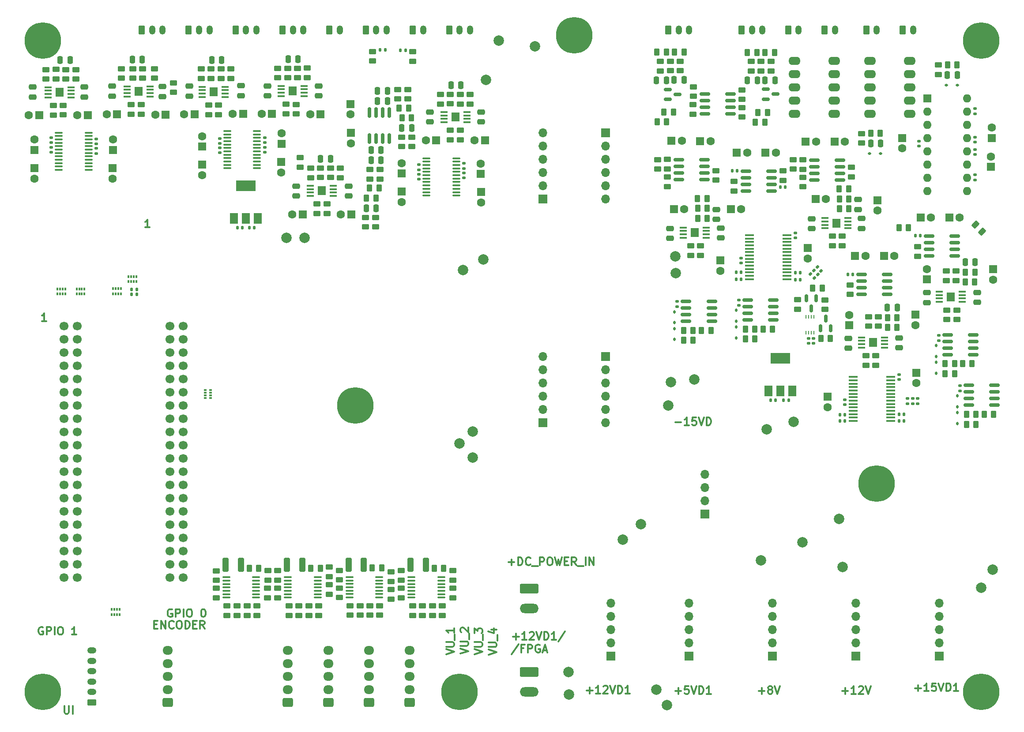
<source format=gts>
%TF.GenerationSoftware,KiCad,Pcbnew,7.0.1*%
%TF.CreationDate,2023-06-27T00:24:21+02:00*%
%TF.ProjectId,Main board,4d61696e-2062-46f6-9172-642e6b696361,rev?*%
%TF.SameCoordinates,Original*%
%TF.FileFunction,Soldermask,Top*%
%TF.FilePolarity,Negative*%
%FSLAX46Y46*%
G04 Gerber Fmt 4.6, Leading zero omitted, Abs format (unit mm)*
G04 Created by KiCad (PCBNEW 7.0.1) date 2023-06-27 00:24:21*
%MOMM*%
%LPD*%
G01*
G04 APERTURE LIST*
G04 Aperture macros list*
%AMRoundRect*
0 Rectangle with rounded corners*
0 $1 Rounding radius*
0 $2 $3 $4 $5 $6 $7 $8 $9 X,Y pos of 4 corners*
0 Add a 4 corners polygon primitive as box body*
4,1,4,$2,$3,$4,$5,$6,$7,$8,$9,$2,$3,0*
0 Add four circle primitives for the rounded corners*
1,1,$1+$1,$2,$3*
1,1,$1+$1,$4,$5*
1,1,$1+$1,$6,$7*
1,1,$1+$1,$8,$9*
0 Add four rect primitives between the rounded corners*
20,1,$1+$1,$2,$3,$4,$5,0*
20,1,$1+$1,$4,$5,$6,$7,0*
20,1,$1+$1,$6,$7,$8,$9,0*
20,1,$1+$1,$8,$9,$2,$3,0*%
G04 Aperture macros list end*
%ADD10C,0.300000*%
%ADD11RoundRect,0.250000X-0.350000X-0.625000X0.350000X-0.625000X0.350000X0.625000X-0.350000X0.625000X0*%
%ADD12O,1.200000X1.750000*%
%ADD13RoundRect,0.140000X0.140000X0.170000X-0.140000X0.170000X-0.140000X-0.170000X0.140000X-0.170000X0*%
%ADD14RoundRect,0.250000X0.450000X-0.262500X0.450000X0.262500X-0.450000X0.262500X-0.450000X-0.262500X0*%
%ADD15RoundRect,0.135000X-0.226274X-0.035355X-0.035355X-0.226274X0.226274X0.035355X0.035355X0.226274X0*%
%ADD16RoundRect,0.150000X-0.825000X-0.150000X0.825000X-0.150000X0.825000X0.150000X-0.825000X0.150000X0*%
%ADD17RoundRect,0.250000X-0.262500X-0.450000X0.262500X-0.450000X0.262500X0.450000X-0.262500X0.450000X0*%
%ADD18RoundRect,0.250000X0.262500X0.450000X-0.262500X0.450000X-0.262500X-0.450000X0.262500X-0.450000X0*%
%ADD19RoundRect,0.250000X-0.475000X0.250000X-0.475000X-0.250000X0.475000X-0.250000X0.475000X0.250000X0*%
%ADD20RoundRect,0.250000X-0.250000X-0.475000X0.250000X-0.475000X0.250000X0.475000X-0.250000X0.475000X0*%
%ADD21RoundRect,0.140000X0.170000X-0.140000X0.170000X0.140000X-0.170000X0.140000X-0.170000X-0.140000X0*%
%ADD22R,1.600000X1.600000*%
%ADD23C,1.600000*%
%ADD24RoundRect,0.112500X0.112500X-0.187500X0.112500X0.187500X-0.112500X0.187500X-0.112500X-0.187500X0*%
%ADD25RoundRect,0.112500X-0.112500X0.187500X-0.112500X-0.187500X0.112500X-0.187500X0.112500X0.187500X0*%
%ADD26RoundRect,0.250000X-0.450000X0.262500X-0.450000X-0.262500X0.450000X-0.262500X0.450000X0.262500X0*%
%ADD27RoundRect,0.250000X0.475000X-0.250000X0.475000X0.250000X-0.475000X0.250000X-0.475000X-0.250000X0*%
%ADD28RoundRect,0.250000X0.725000X-0.600000X0.725000X0.600000X-0.725000X0.600000X-0.725000X-0.600000X0*%
%ADD29O,1.950000X1.700000*%
%ADD30R,1.450000X0.450000*%
%ADD31R,1.500000X1.800000*%
%ADD32C,2.000000*%
%ADD33RoundRect,0.140000X-0.170000X0.140000X-0.170000X-0.140000X0.170000X-0.140000X0.170000X0.140000X0*%
%ADD34RoundRect,0.100000X0.637500X0.100000X-0.637500X0.100000X-0.637500X-0.100000X0.637500X-0.100000X0*%
%ADD35RoundRect,0.150000X0.825000X0.150000X-0.825000X0.150000X-0.825000X-0.150000X0.825000X-0.150000X0*%
%ADD36C,0.800000*%
%ADD37C,7.000000*%
%ADD38R,1.700000X1.700000*%
%ADD39O,1.700000X1.700000*%
%ADD40RoundRect,0.140000X-0.140000X-0.170000X0.140000X-0.170000X0.140000X0.170000X-0.140000X0.170000X0*%
%ADD41R,0.400000X0.500000*%
%ADD42R,0.300000X0.500000*%
%ADD43RoundRect,0.135000X-0.185000X0.135000X-0.185000X-0.135000X0.185000X-0.135000X0.185000X0.135000X0*%
%ADD44RoundRect,0.135000X-0.135000X-0.185000X0.135000X-0.185000X0.135000X0.185000X-0.135000X0.185000X0*%
%ADD45RoundRect,0.250000X-1.550000X0.650000X-1.550000X-0.650000X1.550000X-0.650000X1.550000X0.650000X0*%
%ADD46O,3.600000X1.800000*%
%ADD47RoundRect,0.250000X0.503814X0.132583X0.132583X0.503814X-0.503814X-0.132583X-0.132583X-0.503814X0*%
%ADD48RoundRect,0.135000X0.185000X-0.135000X0.185000X0.135000X-0.185000X0.135000X-0.185000X-0.135000X0*%
%ADD49O,1.600000X1.600000*%
%ADD50R,1.750000X0.450000*%
%ADD51RoundRect,0.150000X-0.150000X0.825000X-0.150000X-0.825000X0.150000X-0.825000X0.150000X0.825000X0*%
%ADD52R,0.500000X0.400000*%
%ADD53R,0.500000X0.300000*%
%ADD54RoundRect,0.112500X-0.187500X-0.112500X0.187500X-0.112500X0.187500X0.112500X-0.187500X0.112500X0*%
%ADD55RoundRect,0.150000X-0.587500X-0.150000X0.587500X-0.150000X0.587500X0.150000X-0.587500X0.150000X0*%
%ADD56RoundRect,0.135000X0.135000X0.185000X-0.135000X0.185000X-0.135000X-0.185000X0.135000X-0.185000X0*%
%ADD57RoundRect,0.250000X0.325000X1.100000X-0.325000X1.100000X-0.325000X-1.100000X0.325000X-1.100000X0*%
%ADD58R,1.500000X2.000000*%
%ADD59R,3.800000X2.000000*%
%ADD60RoundRect,0.250000X0.625000X-0.350000X0.625000X0.350000X-0.625000X0.350000X-0.625000X-0.350000X0*%
%ADD61O,1.750000X1.200000*%
%ADD62RoundRect,0.250000X0.250000X0.475000X-0.250000X0.475000X-0.250000X-0.475000X0.250000X-0.475000X0*%
%ADD63O,2.300000X1.600000*%
%ADD64RoundRect,0.150000X0.150000X-0.587500X0.150000X0.587500X-0.150000X0.587500X-0.150000X-0.587500X0*%
%ADD65RoundRect,0.150000X-0.150000X0.587500X-0.150000X-0.587500X0.150000X-0.587500X0.150000X0.587500X0*%
%ADD66R,0.250000X0.750000*%
%ADD67C,1.700000*%
G04 APERTURE END LIST*
D10*
X135141428Y-172632142D02*
X136641428Y-172132142D01*
X136641428Y-172132142D02*
X135141428Y-171632142D01*
X135141428Y-171132143D02*
X136355714Y-171132143D01*
X136355714Y-171132143D02*
X136498571Y-171060714D01*
X136498571Y-171060714D02*
X136570000Y-170989286D01*
X136570000Y-170989286D02*
X136641428Y-170846428D01*
X136641428Y-170846428D02*
X136641428Y-170560714D01*
X136641428Y-170560714D02*
X136570000Y-170417857D01*
X136570000Y-170417857D02*
X136498571Y-170346428D01*
X136498571Y-170346428D02*
X136355714Y-170275000D01*
X136355714Y-170275000D02*
X135141428Y-170275000D01*
X136784285Y-169917857D02*
X136784285Y-168774999D01*
X135284285Y-168489285D02*
X135212857Y-168417857D01*
X135212857Y-168417857D02*
X135141428Y-168275000D01*
X135141428Y-168275000D02*
X135141428Y-167917857D01*
X135141428Y-167917857D02*
X135212857Y-167775000D01*
X135212857Y-167775000D02*
X135284285Y-167703571D01*
X135284285Y-167703571D02*
X135427142Y-167632142D01*
X135427142Y-167632142D02*
X135570000Y-167632142D01*
X135570000Y-167632142D02*
X135784285Y-167703571D01*
X135784285Y-167703571D02*
X136641428Y-168560714D01*
X136641428Y-168560714D02*
X136641428Y-167632142D01*
X176357142Y-179785000D02*
X177500000Y-179785000D01*
X176928571Y-180356428D02*
X176928571Y-179213571D01*
X178928571Y-178856428D02*
X178214285Y-178856428D01*
X178214285Y-178856428D02*
X178142857Y-179570714D01*
X178142857Y-179570714D02*
X178214285Y-179499285D01*
X178214285Y-179499285D02*
X178357143Y-179427857D01*
X178357143Y-179427857D02*
X178714285Y-179427857D01*
X178714285Y-179427857D02*
X178857143Y-179499285D01*
X178857143Y-179499285D02*
X178928571Y-179570714D01*
X178928571Y-179570714D02*
X179000000Y-179713571D01*
X179000000Y-179713571D02*
X179000000Y-180070714D01*
X179000000Y-180070714D02*
X178928571Y-180213571D01*
X178928571Y-180213571D02*
X178857143Y-180285000D01*
X178857143Y-180285000D02*
X178714285Y-180356428D01*
X178714285Y-180356428D02*
X178357143Y-180356428D01*
X178357143Y-180356428D02*
X178214285Y-180285000D01*
X178214285Y-180285000D02*
X178142857Y-180213571D01*
X179428571Y-178856428D02*
X179928571Y-180356428D01*
X179928571Y-180356428D02*
X180428571Y-178856428D01*
X180928570Y-180356428D02*
X180928570Y-178856428D01*
X180928570Y-178856428D02*
X181285713Y-178856428D01*
X181285713Y-178856428D02*
X181499999Y-178927857D01*
X181499999Y-178927857D02*
X181642856Y-179070714D01*
X181642856Y-179070714D02*
X181714285Y-179213571D01*
X181714285Y-179213571D02*
X181785713Y-179499285D01*
X181785713Y-179499285D02*
X181785713Y-179713571D01*
X181785713Y-179713571D02*
X181714285Y-179999285D01*
X181714285Y-179999285D02*
X181642856Y-180142142D01*
X181642856Y-180142142D02*
X181499999Y-180285000D01*
X181499999Y-180285000D02*
X181285713Y-180356428D01*
X181285713Y-180356428D02*
X180928570Y-180356428D01*
X183214285Y-180356428D02*
X182357142Y-180356428D01*
X182785713Y-180356428D02*
X182785713Y-178856428D01*
X182785713Y-178856428D02*
X182642856Y-179070714D01*
X182642856Y-179070714D02*
X182499999Y-179213571D01*
X182499999Y-179213571D02*
X182357142Y-179285000D01*
X132416428Y-172782142D02*
X133916428Y-172282142D01*
X133916428Y-172282142D02*
X132416428Y-171782142D01*
X132416428Y-171282143D02*
X133630714Y-171282143D01*
X133630714Y-171282143D02*
X133773571Y-171210714D01*
X133773571Y-171210714D02*
X133845000Y-171139286D01*
X133845000Y-171139286D02*
X133916428Y-170996428D01*
X133916428Y-170996428D02*
X133916428Y-170710714D01*
X133916428Y-170710714D02*
X133845000Y-170567857D01*
X133845000Y-170567857D02*
X133773571Y-170496428D01*
X133773571Y-170496428D02*
X133630714Y-170425000D01*
X133630714Y-170425000D02*
X132416428Y-170425000D01*
X134059285Y-170067857D02*
X134059285Y-168924999D01*
X133916428Y-167782142D02*
X133916428Y-168639285D01*
X133916428Y-168210714D02*
X132416428Y-168210714D01*
X132416428Y-168210714D02*
X132630714Y-168353571D01*
X132630714Y-168353571D02*
X132773571Y-168496428D01*
X132773571Y-168496428D02*
X132845000Y-168639285D01*
X222357142Y-179245000D02*
X223500000Y-179245000D01*
X222928571Y-179816428D02*
X222928571Y-178673571D01*
X225000000Y-179816428D02*
X224142857Y-179816428D01*
X224571428Y-179816428D02*
X224571428Y-178316428D01*
X224571428Y-178316428D02*
X224428571Y-178530714D01*
X224428571Y-178530714D02*
X224285714Y-178673571D01*
X224285714Y-178673571D02*
X224142857Y-178745000D01*
X226357142Y-178316428D02*
X225642856Y-178316428D01*
X225642856Y-178316428D02*
X225571428Y-179030714D01*
X225571428Y-179030714D02*
X225642856Y-178959285D01*
X225642856Y-178959285D02*
X225785714Y-178887857D01*
X225785714Y-178887857D02*
X226142856Y-178887857D01*
X226142856Y-178887857D02*
X226285714Y-178959285D01*
X226285714Y-178959285D02*
X226357142Y-179030714D01*
X226357142Y-179030714D02*
X226428571Y-179173571D01*
X226428571Y-179173571D02*
X226428571Y-179530714D01*
X226428571Y-179530714D02*
X226357142Y-179673571D01*
X226357142Y-179673571D02*
X226285714Y-179745000D01*
X226285714Y-179745000D02*
X226142856Y-179816428D01*
X226142856Y-179816428D02*
X225785714Y-179816428D01*
X225785714Y-179816428D02*
X225642856Y-179745000D01*
X225642856Y-179745000D02*
X225571428Y-179673571D01*
X226857142Y-178316428D02*
X227357142Y-179816428D01*
X227357142Y-179816428D02*
X227857142Y-178316428D01*
X228357141Y-179816428D02*
X228357141Y-178316428D01*
X228357141Y-178316428D02*
X228714284Y-178316428D01*
X228714284Y-178316428D02*
X228928570Y-178387857D01*
X228928570Y-178387857D02*
X229071427Y-178530714D01*
X229071427Y-178530714D02*
X229142856Y-178673571D01*
X229142856Y-178673571D02*
X229214284Y-178959285D01*
X229214284Y-178959285D02*
X229214284Y-179173571D01*
X229214284Y-179173571D02*
X229142856Y-179459285D01*
X229142856Y-179459285D02*
X229071427Y-179602142D01*
X229071427Y-179602142D02*
X228928570Y-179745000D01*
X228928570Y-179745000D02*
X228714284Y-179816428D01*
X228714284Y-179816428D02*
X228357141Y-179816428D01*
X230642856Y-179816428D02*
X229785713Y-179816428D01*
X230214284Y-179816428D02*
X230214284Y-178316428D01*
X230214284Y-178316428D02*
X230071427Y-178530714D01*
X230071427Y-178530714D02*
X229928570Y-178673571D01*
X229928570Y-178673571D02*
X229785713Y-178745000D01*
X59182142Y-182666428D02*
X59182142Y-183880714D01*
X59182142Y-183880714D02*
X59253571Y-184023571D01*
X59253571Y-184023571D02*
X59325000Y-184095000D01*
X59325000Y-184095000D02*
X59467857Y-184166428D01*
X59467857Y-184166428D02*
X59753571Y-184166428D01*
X59753571Y-184166428D02*
X59896428Y-184095000D01*
X59896428Y-184095000D02*
X59967857Y-184023571D01*
X59967857Y-184023571D02*
X60039285Y-183880714D01*
X60039285Y-183880714D02*
X60039285Y-182666428D01*
X60753571Y-184166428D02*
X60753571Y-182666428D01*
X176357142Y-128245000D02*
X177500000Y-128245000D01*
X179000000Y-128816428D02*
X178142857Y-128816428D01*
X178571428Y-128816428D02*
X178571428Y-127316428D01*
X178571428Y-127316428D02*
X178428571Y-127530714D01*
X178428571Y-127530714D02*
X178285714Y-127673571D01*
X178285714Y-127673571D02*
X178142857Y-127745000D01*
X180357142Y-127316428D02*
X179642856Y-127316428D01*
X179642856Y-127316428D02*
X179571428Y-128030714D01*
X179571428Y-128030714D02*
X179642856Y-127959285D01*
X179642856Y-127959285D02*
X179785714Y-127887857D01*
X179785714Y-127887857D02*
X180142856Y-127887857D01*
X180142856Y-127887857D02*
X180285714Y-127959285D01*
X180285714Y-127959285D02*
X180357142Y-128030714D01*
X180357142Y-128030714D02*
X180428571Y-128173571D01*
X180428571Y-128173571D02*
X180428571Y-128530714D01*
X180428571Y-128530714D02*
X180357142Y-128673571D01*
X180357142Y-128673571D02*
X180285714Y-128745000D01*
X180285714Y-128745000D02*
X180142856Y-128816428D01*
X180142856Y-128816428D02*
X179785714Y-128816428D01*
X179785714Y-128816428D02*
X179642856Y-128745000D01*
X179642856Y-128745000D02*
X179571428Y-128673571D01*
X180857142Y-127316428D02*
X181357142Y-128816428D01*
X181357142Y-128816428D02*
X181857142Y-127316428D01*
X182357141Y-128816428D02*
X182357141Y-127316428D01*
X182357141Y-127316428D02*
X182714284Y-127316428D01*
X182714284Y-127316428D02*
X182928570Y-127387857D01*
X182928570Y-127387857D02*
X183071427Y-127530714D01*
X183071427Y-127530714D02*
X183142856Y-127673571D01*
X183142856Y-127673571D02*
X183214284Y-127959285D01*
X183214284Y-127959285D02*
X183214284Y-128173571D01*
X183214284Y-128173571D02*
X183142856Y-128459285D01*
X183142856Y-128459285D02*
X183071427Y-128602142D01*
X183071427Y-128602142D02*
X182928570Y-128745000D01*
X182928570Y-128745000D02*
X182714284Y-128816428D01*
X182714284Y-128816428D02*
X182357141Y-128816428D01*
X145207142Y-169390000D02*
X146350000Y-169390000D01*
X145778571Y-169961428D02*
X145778571Y-168818571D01*
X147850000Y-169961428D02*
X146992857Y-169961428D01*
X147421428Y-169961428D02*
X147421428Y-168461428D01*
X147421428Y-168461428D02*
X147278571Y-168675714D01*
X147278571Y-168675714D02*
X147135714Y-168818571D01*
X147135714Y-168818571D02*
X146992857Y-168890000D01*
X148421428Y-168604285D02*
X148492856Y-168532857D01*
X148492856Y-168532857D02*
X148635714Y-168461428D01*
X148635714Y-168461428D02*
X148992856Y-168461428D01*
X148992856Y-168461428D02*
X149135714Y-168532857D01*
X149135714Y-168532857D02*
X149207142Y-168604285D01*
X149207142Y-168604285D02*
X149278571Y-168747142D01*
X149278571Y-168747142D02*
X149278571Y-168890000D01*
X149278571Y-168890000D02*
X149207142Y-169104285D01*
X149207142Y-169104285D02*
X148349999Y-169961428D01*
X148349999Y-169961428D02*
X149278571Y-169961428D01*
X149707142Y-168461428D02*
X150207142Y-169961428D01*
X150207142Y-169961428D02*
X150707142Y-168461428D01*
X151207141Y-169961428D02*
X151207141Y-168461428D01*
X151207141Y-168461428D02*
X151564284Y-168461428D01*
X151564284Y-168461428D02*
X151778570Y-168532857D01*
X151778570Y-168532857D02*
X151921427Y-168675714D01*
X151921427Y-168675714D02*
X151992856Y-168818571D01*
X151992856Y-168818571D02*
X152064284Y-169104285D01*
X152064284Y-169104285D02*
X152064284Y-169318571D01*
X152064284Y-169318571D02*
X151992856Y-169604285D01*
X151992856Y-169604285D02*
X151921427Y-169747142D01*
X151921427Y-169747142D02*
X151778570Y-169890000D01*
X151778570Y-169890000D02*
X151564284Y-169961428D01*
X151564284Y-169961428D02*
X151207141Y-169961428D01*
X153492856Y-169961428D02*
X152635713Y-169961428D01*
X153064284Y-169961428D02*
X153064284Y-168461428D01*
X153064284Y-168461428D02*
X152921427Y-168675714D01*
X152921427Y-168675714D02*
X152778570Y-168818571D01*
X152778570Y-168818571D02*
X152635713Y-168890000D01*
X155207141Y-168390000D02*
X153921427Y-170318571D01*
X146278571Y-170820000D02*
X144992857Y-172748571D01*
X147278571Y-171605714D02*
X146778571Y-171605714D01*
X146778571Y-172391428D02*
X146778571Y-170891428D01*
X146778571Y-170891428D02*
X147492857Y-170891428D01*
X148064285Y-172391428D02*
X148064285Y-170891428D01*
X148064285Y-170891428D02*
X148635714Y-170891428D01*
X148635714Y-170891428D02*
X148778571Y-170962857D01*
X148778571Y-170962857D02*
X148850000Y-171034285D01*
X148850000Y-171034285D02*
X148921428Y-171177142D01*
X148921428Y-171177142D02*
X148921428Y-171391428D01*
X148921428Y-171391428D02*
X148850000Y-171534285D01*
X148850000Y-171534285D02*
X148778571Y-171605714D01*
X148778571Y-171605714D02*
X148635714Y-171677142D01*
X148635714Y-171677142D02*
X148064285Y-171677142D01*
X150350000Y-170962857D02*
X150207143Y-170891428D01*
X150207143Y-170891428D02*
X149992857Y-170891428D01*
X149992857Y-170891428D02*
X149778571Y-170962857D01*
X149778571Y-170962857D02*
X149635714Y-171105714D01*
X149635714Y-171105714D02*
X149564285Y-171248571D01*
X149564285Y-171248571D02*
X149492857Y-171534285D01*
X149492857Y-171534285D02*
X149492857Y-171748571D01*
X149492857Y-171748571D02*
X149564285Y-172034285D01*
X149564285Y-172034285D02*
X149635714Y-172177142D01*
X149635714Y-172177142D02*
X149778571Y-172320000D01*
X149778571Y-172320000D02*
X149992857Y-172391428D01*
X149992857Y-172391428D02*
X150135714Y-172391428D01*
X150135714Y-172391428D02*
X150350000Y-172320000D01*
X150350000Y-172320000D02*
X150421428Y-172248571D01*
X150421428Y-172248571D02*
X150421428Y-171748571D01*
X150421428Y-171748571D02*
X150135714Y-171748571D01*
X150992857Y-171962857D02*
X151707143Y-171962857D01*
X150850000Y-172391428D02*
X151350000Y-170891428D01*
X151350000Y-170891428D02*
X151850000Y-172391428D01*
X192357142Y-179785000D02*
X193500000Y-179785000D01*
X192928571Y-180356428D02*
X192928571Y-179213571D01*
X194428571Y-179499285D02*
X194285714Y-179427857D01*
X194285714Y-179427857D02*
X194214285Y-179356428D01*
X194214285Y-179356428D02*
X194142857Y-179213571D01*
X194142857Y-179213571D02*
X194142857Y-179142142D01*
X194142857Y-179142142D02*
X194214285Y-178999285D01*
X194214285Y-178999285D02*
X194285714Y-178927857D01*
X194285714Y-178927857D02*
X194428571Y-178856428D01*
X194428571Y-178856428D02*
X194714285Y-178856428D01*
X194714285Y-178856428D02*
X194857143Y-178927857D01*
X194857143Y-178927857D02*
X194928571Y-178999285D01*
X194928571Y-178999285D02*
X195000000Y-179142142D01*
X195000000Y-179142142D02*
X195000000Y-179213571D01*
X195000000Y-179213571D02*
X194928571Y-179356428D01*
X194928571Y-179356428D02*
X194857143Y-179427857D01*
X194857143Y-179427857D02*
X194714285Y-179499285D01*
X194714285Y-179499285D02*
X194428571Y-179499285D01*
X194428571Y-179499285D02*
X194285714Y-179570714D01*
X194285714Y-179570714D02*
X194214285Y-179642142D01*
X194214285Y-179642142D02*
X194142857Y-179785000D01*
X194142857Y-179785000D02*
X194142857Y-180070714D01*
X194142857Y-180070714D02*
X194214285Y-180213571D01*
X194214285Y-180213571D02*
X194285714Y-180285000D01*
X194285714Y-180285000D02*
X194428571Y-180356428D01*
X194428571Y-180356428D02*
X194714285Y-180356428D01*
X194714285Y-180356428D02*
X194857143Y-180285000D01*
X194857143Y-180285000D02*
X194928571Y-180213571D01*
X194928571Y-180213571D02*
X195000000Y-180070714D01*
X195000000Y-180070714D02*
X195000000Y-179785000D01*
X195000000Y-179785000D02*
X194928571Y-179642142D01*
X194928571Y-179642142D02*
X194857143Y-179570714D01*
X194857143Y-179570714D02*
X194714285Y-179499285D01*
X195428571Y-178856428D02*
X195928571Y-180356428D01*
X195928571Y-180356428D02*
X196428571Y-178856428D01*
X140566428Y-172857142D02*
X142066428Y-172357142D01*
X142066428Y-172357142D02*
X140566428Y-171857142D01*
X140566428Y-171357143D02*
X141780714Y-171357143D01*
X141780714Y-171357143D02*
X141923571Y-171285714D01*
X141923571Y-171285714D02*
X141995000Y-171214286D01*
X141995000Y-171214286D02*
X142066428Y-171071428D01*
X142066428Y-171071428D02*
X142066428Y-170785714D01*
X142066428Y-170785714D02*
X141995000Y-170642857D01*
X141995000Y-170642857D02*
X141923571Y-170571428D01*
X141923571Y-170571428D02*
X141780714Y-170500000D01*
X141780714Y-170500000D02*
X140566428Y-170500000D01*
X142209285Y-170142857D02*
X142209285Y-168999999D01*
X141066428Y-168000000D02*
X142066428Y-168000000D01*
X140495000Y-168357142D02*
X141566428Y-168714285D01*
X141566428Y-168714285D02*
X141566428Y-167785714D01*
X76357142Y-167030714D02*
X76857142Y-167030714D01*
X77071428Y-167816428D02*
X76357142Y-167816428D01*
X76357142Y-167816428D02*
X76357142Y-166316428D01*
X76357142Y-166316428D02*
X77071428Y-166316428D01*
X77714285Y-167816428D02*
X77714285Y-166316428D01*
X77714285Y-166316428D02*
X78571428Y-167816428D01*
X78571428Y-167816428D02*
X78571428Y-166316428D01*
X80142857Y-167673571D02*
X80071429Y-167745000D01*
X80071429Y-167745000D02*
X79857143Y-167816428D01*
X79857143Y-167816428D02*
X79714286Y-167816428D01*
X79714286Y-167816428D02*
X79500000Y-167745000D01*
X79500000Y-167745000D02*
X79357143Y-167602142D01*
X79357143Y-167602142D02*
X79285714Y-167459285D01*
X79285714Y-167459285D02*
X79214286Y-167173571D01*
X79214286Y-167173571D02*
X79214286Y-166959285D01*
X79214286Y-166959285D02*
X79285714Y-166673571D01*
X79285714Y-166673571D02*
X79357143Y-166530714D01*
X79357143Y-166530714D02*
X79500000Y-166387857D01*
X79500000Y-166387857D02*
X79714286Y-166316428D01*
X79714286Y-166316428D02*
X79857143Y-166316428D01*
X79857143Y-166316428D02*
X80071429Y-166387857D01*
X80071429Y-166387857D02*
X80142857Y-166459285D01*
X81071429Y-166316428D02*
X81357143Y-166316428D01*
X81357143Y-166316428D02*
X81500000Y-166387857D01*
X81500000Y-166387857D02*
X81642857Y-166530714D01*
X81642857Y-166530714D02*
X81714286Y-166816428D01*
X81714286Y-166816428D02*
X81714286Y-167316428D01*
X81714286Y-167316428D02*
X81642857Y-167602142D01*
X81642857Y-167602142D02*
X81500000Y-167745000D01*
X81500000Y-167745000D02*
X81357143Y-167816428D01*
X81357143Y-167816428D02*
X81071429Y-167816428D01*
X81071429Y-167816428D02*
X80928572Y-167745000D01*
X80928572Y-167745000D02*
X80785714Y-167602142D01*
X80785714Y-167602142D02*
X80714286Y-167316428D01*
X80714286Y-167316428D02*
X80714286Y-166816428D01*
X80714286Y-166816428D02*
X80785714Y-166530714D01*
X80785714Y-166530714D02*
X80928572Y-166387857D01*
X80928572Y-166387857D02*
X81071429Y-166316428D01*
X82357143Y-167816428D02*
X82357143Y-166316428D01*
X82357143Y-166316428D02*
X82714286Y-166316428D01*
X82714286Y-166316428D02*
X82928572Y-166387857D01*
X82928572Y-166387857D02*
X83071429Y-166530714D01*
X83071429Y-166530714D02*
X83142858Y-166673571D01*
X83142858Y-166673571D02*
X83214286Y-166959285D01*
X83214286Y-166959285D02*
X83214286Y-167173571D01*
X83214286Y-167173571D02*
X83142858Y-167459285D01*
X83142858Y-167459285D02*
X83071429Y-167602142D01*
X83071429Y-167602142D02*
X82928572Y-167745000D01*
X82928572Y-167745000D02*
X82714286Y-167816428D01*
X82714286Y-167816428D02*
X82357143Y-167816428D01*
X83857143Y-167030714D02*
X84357143Y-167030714D01*
X84571429Y-167816428D02*
X83857143Y-167816428D01*
X83857143Y-167816428D02*
X83857143Y-166316428D01*
X83857143Y-166316428D02*
X84571429Y-166316428D01*
X86071429Y-167816428D02*
X85571429Y-167102142D01*
X85214286Y-167816428D02*
X85214286Y-166316428D01*
X85214286Y-166316428D02*
X85785715Y-166316428D01*
X85785715Y-166316428D02*
X85928572Y-166387857D01*
X85928572Y-166387857D02*
X86000001Y-166459285D01*
X86000001Y-166459285D02*
X86071429Y-166602142D01*
X86071429Y-166602142D02*
X86071429Y-166816428D01*
X86071429Y-166816428D02*
X86000001Y-166959285D01*
X86000001Y-166959285D02*
X85928572Y-167030714D01*
X85928572Y-167030714D02*
X85785715Y-167102142D01*
X85785715Y-167102142D02*
X85214286Y-167102142D01*
X144357142Y-155090000D02*
X145500000Y-155090000D01*
X144928571Y-155661428D02*
X144928571Y-154518571D01*
X146214285Y-155661428D02*
X146214285Y-154161428D01*
X146214285Y-154161428D02*
X146571428Y-154161428D01*
X146571428Y-154161428D02*
X146785714Y-154232857D01*
X146785714Y-154232857D02*
X146928571Y-154375714D01*
X146928571Y-154375714D02*
X147000000Y-154518571D01*
X147000000Y-154518571D02*
X147071428Y-154804285D01*
X147071428Y-154804285D02*
X147071428Y-155018571D01*
X147071428Y-155018571D02*
X147000000Y-155304285D01*
X147000000Y-155304285D02*
X146928571Y-155447142D01*
X146928571Y-155447142D02*
X146785714Y-155590000D01*
X146785714Y-155590000D02*
X146571428Y-155661428D01*
X146571428Y-155661428D02*
X146214285Y-155661428D01*
X148571428Y-155518571D02*
X148500000Y-155590000D01*
X148500000Y-155590000D02*
X148285714Y-155661428D01*
X148285714Y-155661428D02*
X148142857Y-155661428D01*
X148142857Y-155661428D02*
X147928571Y-155590000D01*
X147928571Y-155590000D02*
X147785714Y-155447142D01*
X147785714Y-155447142D02*
X147714285Y-155304285D01*
X147714285Y-155304285D02*
X147642857Y-155018571D01*
X147642857Y-155018571D02*
X147642857Y-154804285D01*
X147642857Y-154804285D02*
X147714285Y-154518571D01*
X147714285Y-154518571D02*
X147785714Y-154375714D01*
X147785714Y-154375714D02*
X147928571Y-154232857D01*
X147928571Y-154232857D02*
X148142857Y-154161428D01*
X148142857Y-154161428D02*
X148285714Y-154161428D01*
X148285714Y-154161428D02*
X148500000Y-154232857D01*
X148500000Y-154232857D02*
X148571428Y-154304285D01*
X148857143Y-155804285D02*
X150000000Y-155804285D01*
X150357142Y-155661428D02*
X150357142Y-154161428D01*
X150357142Y-154161428D02*
X150928571Y-154161428D01*
X150928571Y-154161428D02*
X151071428Y-154232857D01*
X151071428Y-154232857D02*
X151142857Y-154304285D01*
X151142857Y-154304285D02*
X151214285Y-154447142D01*
X151214285Y-154447142D02*
X151214285Y-154661428D01*
X151214285Y-154661428D02*
X151142857Y-154804285D01*
X151142857Y-154804285D02*
X151071428Y-154875714D01*
X151071428Y-154875714D02*
X150928571Y-154947142D01*
X150928571Y-154947142D02*
X150357142Y-154947142D01*
X152142857Y-154161428D02*
X152428571Y-154161428D01*
X152428571Y-154161428D02*
X152571428Y-154232857D01*
X152571428Y-154232857D02*
X152714285Y-154375714D01*
X152714285Y-154375714D02*
X152785714Y-154661428D01*
X152785714Y-154661428D02*
X152785714Y-155161428D01*
X152785714Y-155161428D02*
X152714285Y-155447142D01*
X152714285Y-155447142D02*
X152571428Y-155590000D01*
X152571428Y-155590000D02*
X152428571Y-155661428D01*
X152428571Y-155661428D02*
X152142857Y-155661428D01*
X152142857Y-155661428D02*
X152000000Y-155590000D01*
X152000000Y-155590000D02*
X151857142Y-155447142D01*
X151857142Y-155447142D02*
X151785714Y-155161428D01*
X151785714Y-155161428D02*
X151785714Y-154661428D01*
X151785714Y-154661428D02*
X151857142Y-154375714D01*
X151857142Y-154375714D02*
X152000000Y-154232857D01*
X152000000Y-154232857D02*
X152142857Y-154161428D01*
X153285714Y-154161428D02*
X153642857Y-155661428D01*
X153642857Y-155661428D02*
X153928571Y-154590000D01*
X153928571Y-154590000D02*
X154214286Y-155661428D01*
X154214286Y-155661428D02*
X154571429Y-154161428D01*
X155142857Y-154875714D02*
X155642857Y-154875714D01*
X155857143Y-155661428D02*
X155142857Y-155661428D01*
X155142857Y-155661428D02*
X155142857Y-154161428D01*
X155142857Y-154161428D02*
X155857143Y-154161428D01*
X157357143Y-155661428D02*
X156857143Y-154947142D01*
X156500000Y-155661428D02*
X156500000Y-154161428D01*
X156500000Y-154161428D02*
X157071429Y-154161428D01*
X157071429Y-154161428D02*
X157214286Y-154232857D01*
X157214286Y-154232857D02*
X157285715Y-154304285D01*
X157285715Y-154304285D02*
X157357143Y-154447142D01*
X157357143Y-154447142D02*
X157357143Y-154661428D01*
X157357143Y-154661428D02*
X157285715Y-154804285D01*
X157285715Y-154804285D02*
X157214286Y-154875714D01*
X157214286Y-154875714D02*
X157071429Y-154947142D01*
X157071429Y-154947142D02*
X156500000Y-154947142D01*
X157642858Y-155804285D02*
X158785715Y-155804285D01*
X159142857Y-155661428D02*
X159142857Y-154161428D01*
X159857143Y-155661428D02*
X159857143Y-154161428D01*
X159857143Y-154161428D02*
X160714286Y-155661428D01*
X160714286Y-155661428D02*
X160714286Y-154161428D01*
X137841428Y-172782142D02*
X139341428Y-172282142D01*
X139341428Y-172282142D02*
X137841428Y-171782142D01*
X137841428Y-171282143D02*
X139055714Y-171282143D01*
X139055714Y-171282143D02*
X139198571Y-171210714D01*
X139198571Y-171210714D02*
X139270000Y-171139286D01*
X139270000Y-171139286D02*
X139341428Y-170996428D01*
X139341428Y-170996428D02*
X139341428Y-170710714D01*
X139341428Y-170710714D02*
X139270000Y-170567857D01*
X139270000Y-170567857D02*
X139198571Y-170496428D01*
X139198571Y-170496428D02*
X139055714Y-170425000D01*
X139055714Y-170425000D02*
X137841428Y-170425000D01*
X139484285Y-170067857D02*
X139484285Y-168924999D01*
X137841428Y-168710714D02*
X137841428Y-167782142D01*
X137841428Y-167782142D02*
X138412857Y-168282142D01*
X138412857Y-168282142D02*
X138412857Y-168067857D01*
X138412857Y-168067857D02*
X138484285Y-167925000D01*
X138484285Y-167925000D02*
X138555714Y-167853571D01*
X138555714Y-167853571D02*
X138698571Y-167782142D01*
X138698571Y-167782142D02*
X139055714Y-167782142D01*
X139055714Y-167782142D02*
X139198571Y-167853571D01*
X139198571Y-167853571D02*
X139270000Y-167925000D01*
X139270000Y-167925000D02*
X139341428Y-168067857D01*
X139341428Y-168067857D02*
X139341428Y-168496428D01*
X139341428Y-168496428D02*
X139270000Y-168639285D01*
X139270000Y-168639285D02*
X139198571Y-168710714D01*
X208357142Y-179785000D02*
X209500000Y-179785000D01*
X208928571Y-180356428D02*
X208928571Y-179213571D01*
X211000000Y-180356428D02*
X210142857Y-180356428D01*
X210571428Y-180356428D02*
X210571428Y-178856428D01*
X210571428Y-178856428D02*
X210428571Y-179070714D01*
X210428571Y-179070714D02*
X210285714Y-179213571D01*
X210285714Y-179213571D02*
X210142857Y-179285000D01*
X211571428Y-178999285D02*
X211642856Y-178927857D01*
X211642856Y-178927857D02*
X211785714Y-178856428D01*
X211785714Y-178856428D02*
X212142856Y-178856428D01*
X212142856Y-178856428D02*
X212285714Y-178927857D01*
X212285714Y-178927857D02*
X212357142Y-178999285D01*
X212357142Y-178999285D02*
X212428571Y-179142142D01*
X212428571Y-179142142D02*
X212428571Y-179285000D01*
X212428571Y-179285000D02*
X212357142Y-179499285D01*
X212357142Y-179499285D02*
X211499999Y-180356428D01*
X211499999Y-180356428D02*
X212428571Y-180356428D01*
X212857142Y-178856428D02*
X213357142Y-180356428D01*
X213357142Y-180356428D02*
X213857142Y-178856428D01*
X159357142Y-179705000D02*
X160500000Y-179705000D01*
X159928571Y-180276428D02*
X159928571Y-179133571D01*
X162000000Y-180276428D02*
X161142857Y-180276428D01*
X161571428Y-180276428D02*
X161571428Y-178776428D01*
X161571428Y-178776428D02*
X161428571Y-178990714D01*
X161428571Y-178990714D02*
X161285714Y-179133571D01*
X161285714Y-179133571D02*
X161142857Y-179205000D01*
X162571428Y-178919285D02*
X162642856Y-178847857D01*
X162642856Y-178847857D02*
X162785714Y-178776428D01*
X162785714Y-178776428D02*
X163142856Y-178776428D01*
X163142856Y-178776428D02*
X163285714Y-178847857D01*
X163285714Y-178847857D02*
X163357142Y-178919285D01*
X163357142Y-178919285D02*
X163428571Y-179062142D01*
X163428571Y-179062142D02*
X163428571Y-179205000D01*
X163428571Y-179205000D02*
X163357142Y-179419285D01*
X163357142Y-179419285D02*
X162499999Y-180276428D01*
X162499999Y-180276428D02*
X163428571Y-180276428D01*
X163857142Y-178776428D02*
X164357142Y-180276428D01*
X164357142Y-180276428D02*
X164857142Y-178776428D01*
X165357141Y-180276428D02*
X165357141Y-178776428D01*
X165357141Y-178776428D02*
X165714284Y-178776428D01*
X165714284Y-178776428D02*
X165928570Y-178847857D01*
X165928570Y-178847857D02*
X166071427Y-178990714D01*
X166071427Y-178990714D02*
X166142856Y-179133571D01*
X166142856Y-179133571D02*
X166214284Y-179419285D01*
X166214284Y-179419285D02*
X166214284Y-179633571D01*
X166214284Y-179633571D02*
X166142856Y-179919285D01*
X166142856Y-179919285D02*
X166071427Y-180062142D01*
X166071427Y-180062142D02*
X165928570Y-180205000D01*
X165928570Y-180205000D02*
X165714284Y-180276428D01*
X165714284Y-180276428D02*
X165357141Y-180276428D01*
X167642856Y-180276428D02*
X166785713Y-180276428D01*
X167214284Y-180276428D02*
X167214284Y-178776428D01*
X167214284Y-178776428D02*
X167071427Y-178990714D01*
X167071427Y-178990714D02*
X166928570Y-179133571D01*
X166928570Y-179133571D02*
X166785713Y-179205000D01*
X79817857Y-164162857D02*
X79675000Y-164091428D01*
X79675000Y-164091428D02*
X79460714Y-164091428D01*
X79460714Y-164091428D02*
X79246428Y-164162857D01*
X79246428Y-164162857D02*
X79103571Y-164305714D01*
X79103571Y-164305714D02*
X79032142Y-164448571D01*
X79032142Y-164448571D02*
X78960714Y-164734285D01*
X78960714Y-164734285D02*
X78960714Y-164948571D01*
X78960714Y-164948571D02*
X79032142Y-165234285D01*
X79032142Y-165234285D02*
X79103571Y-165377142D01*
X79103571Y-165377142D02*
X79246428Y-165520000D01*
X79246428Y-165520000D02*
X79460714Y-165591428D01*
X79460714Y-165591428D02*
X79603571Y-165591428D01*
X79603571Y-165591428D02*
X79817857Y-165520000D01*
X79817857Y-165520000D02*
X79889285Y-165448571D01*
X79889285Y-165448571D02*
X79889285Y-164948571D01*
X79889285Y-164948571D02*
X79603571Y-164948571D01*
X80532142Y-165591428D02*
X80532142Y-164091428D01*
X80532142Y-164091428D02*
X81103571Y-164091428D01*
X81103571Y-164091428D02*
X81246428Y-164162857D01*
X81246428Y-164162857D02*
X81317857Y-164234285D01*
X81317857Y-164234285D02*
X81389285Y-164377142D01*
X81389285Y-164377142D02*
X81389285Y-164591428D01*
X81389285Y-164591428D02*
X81317857Y-164734285D01*
X81317857Y-164734285D02*
X81246428Y-164805714D01*
X81246428Y-164805714D02*
X81103571Y-164877142D01*
X81103571Y-164877142D02*
X80532142Y-164877142D01*
X82032142Y-165591428D02*
X82032142Y-164091428D01*
X83032143Y-164091428D02*
X83317857Y-164091428D01*
X83317857Y-164091428D02*
X83460714Y-164162857D01*
X83460714Y-164162857D02*
X83603571Y-164305714D01*
X83603571Y-164305714D02*
X83675000Y-164591428D01*
X83675000Y-164591428D02*
X83675000Y-165091428D01*
X83675000Y-165091428D02*
X83603571Y-165377142D01*
X83603571Y-165377142D02*
X83460714Y-165520000D01*
X83460714Y-165520000D02*
X83317857Y-165591428D01*
X83317857Y-165591428D02*
X83032143Y-165591428D01*
X83032143Y-165591428D02*
X82889286Y-165520000D01*
X82889286Y-165520000D02*
X82746428Y-165377142D01*
X82746428Y-165377142D02*
X82675000Y-165091428D01*
X82675000Y-165091428D02*
X82675000Y-164591428D01*
X82675000Y-164591428D02*
X82746428Y-164305714D01*
X82746428Y-164305714D02*
X82889286Y-164162857D01*
X82889286Y-164162857D02*
X83032143Y-164091428D01*
X85746429Y-164091428D02*
X85889286Y-164091428D01*
X85889286Y-164091428D02*
X86032143Y-164162857D01*
X86032143Y-164162857D02*
X86103572Y-164234285D01*
X86103572Y-164234285D02*
X86175000Y-164377142D01*
X86175000Y-164377142D02*
X86246429Y-164662857D01*
X86246429Y-164662857D02*
X86246429Y-165020000D01*
X86246429Y-165020000D02*
X86175000Y-165305714D01*
X86175000Y-165305714D02*
X86103572Y-165448571D01*
X86103572Y-165448571D02*
X86032143Y-165520000D01*
X86032143Y-165520000D02*
X85889286Y-165591428D01*
X85889286Y-165591428D02*
X85746429Y-165591428D01*
X85746429Y-165591428D02*
X85603572Y-165520000D01*
X85603572Y-165520000D02*
X85532143Y-165448571D01*
X85532143Y-165448571D02*
X85460714Y-165305714D01*
X85460714Y-165305714D02*
X85389286Y-165020000D01*
X85389286Y-165020000D02*
X85389286Y-164662857D01*
X85389286Y-164662857D02*
X85460714Y-164377142D01*
X85460714Y-164377142D02*
X85532143Y-164234285D01*
X85532143Y-164234285D02*
X85603572Y-164162857D01*
X85603572Y-164162857D02*
X85746429Y-164091428D01*
X55067857Y-167562857D02*
X54925000Y-167491428D01*
X54925000Y-167491428D02*
X54710714Y-167491428D01*
X54710714Y-167491428D02*
X54496428Y-167562857D01*
X54496428Y-167562857D02*
X54353571Y-167705714D01*
X54353571Y-167705714D02*
X54282142Y-167848571D01*
X54282142Y-167848571D02*
X54210714Y-168134285D01*
X54210714Y-168134285D02*
X54210714Y-168348571D01*
X54210714Y-168348571D02*
X54282142Y-168634285D01*
X54282142Y-168634285D02*
X54353571Y-168777142D01*
X54353571Y-168777142D02*
X54496428Y-168920000D01*
X54496428Y-168920000D02*
X54710714Y-168991428D01*
X54710714Y-168991428D02*
X54853571Y-168991428D01*
X54853571Y-168991428D02*
X55067857Y-168920000D01*
X55067857Y-168920000D02*
X55139285Y-168848571D01*
X55139285Y-168848571D02*
X55139285Y-168348571D01*
X55139285Y-168348571D02*
X54853571Y-168348571D01*
X55782142Y-168991428D02*
X55782142Y-167491428D01*
X55782142Y-167491428D02*
X56353571Y-167491428D01*
X56353571Y-167491428D02*
X56496428Y-167562857D01*
X56496428Y-167562857D02*
X56567857Y-167634285D01*
X56567857Y-167634285D02*
X56639285Y-167777142D01*
X56639285Y-167777142D02*
X56639285Y-167991428D01*
X56639285Y-167991428D02*
X56567857Y-168134285D01*
X56567857Y-168134285D02*
X56496428Y-168205714D01*
X56496428Y-168205714D02*
X56353571Y-168277142D01*
X56353571Y-168277142D02*
X55782142Y-168277142D01*
X57282142Y-168991428D02*
X57282142Y-167491428D01*
X58282143Y-167491428D02*
X58567857Y-167491428D01*
X58567857Y-167491428D02*
X58710714Y-167562857D01*
X58710714Y-167562857D02*
X58853571Y-167705714D01*
X58853571Y-167705714D02*
X58925000Y-167991428D01*
X58925000Y-167991428D02*
X58925000Y-168491428D01*
X58925000Y-168491428D02*
X58853571Y-168777142D01*
X58853571Y-168777142D02*
X58710714Y-168920000D01*
X58710714Y-168920000D02*
X58567857Y-168991428D01*
X58567857Y-168991428D02*
X58282143Y-168991428D01*
X58282143Y-168991428D02*
X58139286Y-168920000D01*
X58139286Y-168920000D02*
X57996428Y-168777142D01*
X57996428Y-168777142D02*
X57925000Y-168491428D01*
X57925000Y-168491428D02*
X57925000Y-167991428D01*
X57925000Y-167991428D02*
X57996428Y-167705714D01*
X57996428Y-167705714D02*
X58139286Y-167562857D01*
X58139286Y-167562857D02*
X58282143Y-167491428D01*
X61496429Y-168991428D02*
X60639286Y-168991428D01*
X61067857Y-168991428D02*
X61067857Y-167491428D01*
X61067857Y-167491428D02*
X60925000Y-167705714D01*
X60925000Y-167705714D02*
X60782143Y-167848571D01*
X60782143Y-167848571D02*
X60639286Y-167920000D01*
X75522857Y-90826428D02*
X74665714Y-90826428D01*
X75094285Y-90826428D02*
X75094285Y-89326428D01*
X75094285Y-89326428D02*
X74951428Y-89540714D01*
X74951428Y-89540714D02*
X74808571Y-89683571D01*
X74808571Y-89683571D02*
X74665714Y-89755000D01*
X55717857Y-108841428D02*
X54860714Y-108841428D01*
X55289285Y-108841428D02*
X55289285Y-107341428D01*
X55289285Y-107341428D02*
X55146428Y-107555714D01*
X55146428Y-107555714D02*
X55003571Y-107698571D01*
X55003571Y-107698571D02*
X54860714Y-107770000D01*
D11*
X117000000Y-53000000D03*
D12*
X119000000Y-53000000D03*
X121000000Y-53000000D03*
D13*
X195605000Y-123975000D03*
X194645000Y-123975000D03*
D14*
X107975000Y-165287500D03*
X107975000Y-163462500D03*
D15*
X202278249Y-99796751D03*
X202999497Y-100517999D03*
D16*
X228575000Y-111425000D03*
X228575000Y-112695000D03*
X228575000Y-113965000D03*
X228575000Y-115235000D03*
X233525000Y-115235000D03*
X233525000Y-113965000D03*
X233525000Y-112695000D03*
X233525000Y-111425000D03*
D17*
X191706250Y-70675000D03*
X193531250Y-70675000D03*
D18*
X179787500Y-112475000D03*
X177962500Y-112475000D03*
D19*
X175367500Y-91020000D03*
X175367500Y-92920000D03*
D20*
X123887500Y-71775000D03*
X125787500Y-71775000D03*
D14*
X103887500Y-62115000D03*
X103887500Y-60290000D03*
D21*
X199425000Y-92854888D03*
X199425000Y-91894888D03*
D18*
X120062500Y-156175000D03*
X118237500Y-156175000D03*
D17*
X204275000Y-112150000D03*
X206100000Y-112150000D03*
X172837500Y-57225000D03*
X174662500Y-57225000D03*
D22*
X114112500Y-72675000D03*
D23*
X114112500Y-74675000D03*
D19*
X224612500Y-103352501D03*
X224612500Y-105252501D03*
D24*
X176225000Y-112350000D03*
X176225000Y-110250000D03*
D22*
X139850000Y-74090000D03*
D23*
X137850000Y-74090000D03*
D25*
X230475000Y-123169888D03*
X230475000Y-125269888D03*
D14*
X57575000Y-62337500D03*
X57575000Y-60512500D03*
D26*
X192806250Y-58987500D03*
X192806250Y-60812500D03*
D22*
X176092500Y-87320000D03*
D23*
X178092500Y-87320000D03*
D14*
X116962500Y-90737500D03*
X116962500Y-88912500D03*
D22*
X68512500Y-75980113D03*
D23*
X68512500Y-73980113D03*
D13*
X95630000Y-90850000D03*
X94670000Y-90850000D03*
D20*
X119237500Y-66600000D03*
X121137500Y-66600000D03*
D27*
X53125000Y-65787500D03*
X53125000Y-63887500D03*
D14*
X76450000Y-62212500D03*
X76450000Y-60387500D03*
D21*
X202825000Y-113110000D03*
X202825000Y-112150000D03*
D14*
X119712500Y-81562500D03*
X119712500Y-79737500D03*
D22*
X114225000Y-88312500D03*
D23*
X112225000Y-88312500D03*
D25*
X176225000Y-107025000D03*
X176225000Y-109125000D03*
D24*
X230475000Y-128494888D03*
X230475000Y-126394888D03*
D28*
X109800000Y-182000000D03*
D29*
X109800000Y-179500000D03*
X109800000Y-177000000D03*
X109800000Y-174500000D03*
X109800000Y-172000000D03*
D30*
X75600000Y-65722500D03*
X75600000Y-65072500D03*
X75600000Y-64422500D03*
X75600000Y-63772500D03*
X71200000Y-63772500D03*
X71200000Y-64422500D03*
X71200000Y-65072500D03*
X71200000Y-65722500D03*
D31*
X73400000Y-64737500D03*
D22*
X185000000Y-97149888D03*
D23*
X185000000Y-99149888D03*
D11*
X175000000Y-52975000D03*
D12*
X177000000Y-52975000D03*
X179000000Y-52975000D03*
D32*
X207750000Y-146750000D03*
D18*
X195393750Y-57250000D03*
X193568750Y-57250000D03*
D14*
X103612500Y-69052500D03*
X103612500Y-67227500D03*
D20*
X190175000Y-62575000D03*
X192075000Y-62575000D03*
D26*
X214800000Y-115462500D03*
X214800000Y-117287500D03*
X194706250Y-58987500D03*
X194706250Y-60812500D03*
D32*
X156000000Y-180500000D03*
D13*
X189010000Y-100774888D03*
X188050000Y-100774888D03*
D11*
X198000000Y-52975000D03*
D12*
X200000000Y-52975000D03*
D33*
X88962500Y-75570000D03*
X88962500Y-76530000D03*
D34*
X95950000Y-161875000D03*
X95950000Y-161225000D03*
X95950000Y-160575000D03*
X95950000Y-159925000D03*
X95950000Y-159275000D03*
X95950000Y-158625000D03*
X95950000Y-157975000D03*
X90225000Y-157975000D03*
X90225000Y-158625000D03*
X90225000Y-159275000D03*
X90225000Y-159925000D03*
X90225000Y-160575000D03*
X90225000Y-161225000D03*
X90225000Y-161875000D03*
D18*
X209625000Y-83475000D03*
X207800000Y-83475000D03*
D11*
X205000000Y-52975000D03*
D12*
X207000000Y-52975000D03*
D17*
X207825000Y-85375000D03*
X209650000Y-85375000D03*
D22*
X54350000Y-69287500D03*
D23*
X52350000Y-69287500D03*
D35*
X186975000Y-69055000D03*
X186975000Y-67785000D03*
X186975000Y-66515000D03*
X186975000Y-65245000D03*
X182025000Y-65245000D03*
X182025000Y-66515000D03*
X182025000Y-67785000D03*
X182025000Y-69055000D03*
D14*
X123775000Y-158512500D03*
X123775000Y-156687500D03*
D11*
X110000000Y-53000000D03*
D12*
X112000000Y-53000000D03*
D18*
X118925000Y-85200000D03*
X117100000Y-85200000D03*
D36*
X52375000Y-180000000D03*
X53143845Y-178143845D03*
X53143845Y-181856155D03*
X55000000Y-177375000D03*
D37*
X55000000Y-180000000D03*
D36*
X55000000Y-182625000D03*
X56856155Y-178143845D03*
X56856155Y-181856155D03*
X57625000Y-180000000D03*
D26*
X123887500Y-73525000D03*
X123887500Y-75350000D03*
D22*
X114037500Y-67150000D03*
D23*
X114037500Y-69150000D03*
D14*
X55650000Y-62362500D03*
X55650000Y-60537500D03*
D38*
X163000000Y-72650000D03*
D39*
X163000000Y-75190000D03*
X163000000Y-77730000D03*
X163000000Y-80270000D03*
X163000000Y-82810000D03*
X163000000Y-85350000D03*
D18*
X191625000Y-112256250D03*
X189800000Y-112256250D03*
D14*
X118300000Y-58912500D03*
X118300000Y-57087500D03*
D20*
X217037500Y-106199888D03*
X218937500Y-106199888D03*
D14*
X101987500Y-62115000D03*
X101987500Y-60290000D03*
D40*
X219274008Y-127968784D03*
X220234008Y-127968784D03*
D41*
X71500000Y-101250000D03*
D42*
X72000000Y-101250000D03*
X72500000Y-101250000D03*
D41*
X73000000Y-101250000D03*
X73000000Y-100250000D03*
D42*
X72500000Y-100250000D03*
X72000000Y-100250000D03*
D41*
X71500000Y-100250000D03*
X57825000Y-103625000D03*
D42*
X58325000Y-103625000D03*
X58825000Y-103625000D03*
D41*
X59325000Y-103625000D03*
X59325000Y-102625000D03*
D42*
X58825000Y-102625000D03*
X58325000Y-102625000D03*
D41*
X57825000Y-102625000D03*
D32*
X135625000Y-98975000D03*
D11*
X83000000Y-53000000D03*
D12*
X85000000Y-53000000D03*
X87000000Y-53000000D03*
D33*
X65300000Y-75670000D03*
X65300000Y-76630000D03*
D27*
X139100000Y-70600000D03*
X139100000Y-68700000D03*
D18*
X204550000Y-102475000D03*
X202725000Y-102475000D03*
D43*
X220925000Y-123615000D03*
X220925000Y-124635000D03*
D26*
X200850000Y-77852500D03*
X200850000Y-79677500D03*
X206500000Y-92537500D03*
X206500000Y-94362500D03*
D27*
X83125000Y-65637500D03*
X83125000Y-63737500D03*
D14*
X108325000Y-81275000D03*
X108325000Y-79450000D03*
X91100000Y-62275000D03*
X91100000Y-60450000D03*
D17*
X231975000Y-101330001D03*
X233800000Y-101330001D03*
D40*
X199395000Y-100874888D03*
X200355000Y-100874888D03*
D44*
X72030000Y-103650000D03*
X73050000Y-103650000D03*
D14*
X113975000Y-165262500D03*
X113975000Y-163437500D03*
D35*
X194825000Y-83838604D03*
X194825000Y-82568604D03*
X194825000Y-81298604D03*
X194825000Y-80028604D03*
X189875000Y-80028604D03*
X189875000Y-81298604D03*
X189875000Y-82568604D03*
X189875000Y-83838604D03*
D14*
X96100000Y-165287500D03*
X96100000Y-163462500D03*
D20*
X118012500Y-77975000D03*
X119912500Y-77975000D03*
D45*
X148357500Y-176112500D03*
D46*
X148357500Y-179922500D03*
D26*
X181217500Y-94357500D03*
X181217500Y-96182500D03*
D22*
X215158113Y-85600500D03*
D23*
X215158113Y-87600500D03*
D34*
X134337500Y-84725000D03*
X134337500Y-84075000D03*
X134337500Y-83425000D03*
X134337500Y-82775000D03*
X134337500Y-82125000D03*
X134337500Y-81475000D03*
X134337500Y-80825000D03*
X134337500Y-80175000D03*
X134337500Y-79525000D03*
X134337500Y-78875000D03*
X134337500Y-78225000D03*
X134337500Y-77575000D03*
X128612500Y-77575000D03*
X128612500Y-78225000D03*
X128612500Y-78875000D03*
X128612500Y-79525000D03*
X128612500Y-80175000D03*
X128612500Y-80825000D03*
X128612500Y-81475000D03*
X128612500Y-82125000D03*
X128612500Y-82775000D03*
X128612500Y-83425000D03*
X128612500Y-84075000D03*
X128612500Y-84725000D03*
D28*
X117600000Y-182000000D03*
D29*
X117600000Y-179500000D03*
X117600000Y-177000000D03*
X117600000Y-174500000D03*
X117600000Y-172000000D03*
D14*
X131300000Y-67152500D03*
X131300000Y-65327500D03*
D47*
X235195235Y-91620235D03*
X233904765Y-90329765D03*
D11*
X101000000Y-53000000D03*
D12*
X103000000Y-53000000D03*
X105000000Y-53000000D03*
D20*
X72225000Y-58637500D03*
X74125000Y-58637500D03*
D14*
X109525000Y-88162500D03*
X109525000Y-86337500D03*
D30*
X136400000Y-70650000D03*
X136400000Y-70000000D03*
X136400000Y-69350000D03*
X136400000Y-68700000D03*
X132000000Y-68700000D03*
X132000000Y-69350000D03*
X132000000Y-70000000D03*
X132000000Y-70650000D03*
D31*
X134200000Y-69665000D03*
D14*
X86850000Y-69175000D03*
X86850000Y-67350000D03*
D30*
X212087500Y-111939888D03*
X212087500Y-112589888D03*
X212087500Y-113239888D03*
X212087500Y-113889888D03*
X216487500Y-113889888D03*
X216487500Y-113239888D03*
X216487500Y-112589888D03*
X216487500Y-111939888D03*
D31*
X214287500Y-112924888D03*
D48*
X233850000Y-81710000D03*
X233850000Y-80690000D03*
D22*
X224675000Y-66050000D03*
D49*
X224675000Y-68590000D03*
X224675000Y-71130000D03*
X224675000Y-73670000D03*
X224675000Y-76210000D03*
X224675000Y-78750000D03*
X224675000Y-81290000D03*
X224675000Y-83830000D03*
X232295000Y-83830000D03*
X232295000Y-81290000D03*
X232295000Y-78750000D03*
X232295000Y-76210000D03*
X232295000Y-73670000D03*
X232295000Y-71130000D03*
X232295000Y-68590000D03*
X232295000Y-66050000D03*
D34*
X96137500Y-79500000D03*
X96137500Y-78850000D03*
X96137500Y-78200000D03*
X96137500Y-77550000D03*
X96137500Y-76900000D03*
X96137500Y-76250000D03*
X96137500Y-75600000D03*
X96137500Y-74950000D03*
X96137500Y-74300000D03*
X96137500Y-73650000D03*
X96137500Y-73000000D03*
X96137500Y-72350000D03*
X90412500Y-72350000D03*
X90412500Y-73000000D03*
X90412500Y-73650000D03*
X90412500Y-74300000D03*
X90412500Y-74950000D03*
X90412500Y-75600000D03*
X90412500Y-76250000D03*
X90412500Y-76900000D03*
X90412500Y-77550000D03*
X90412500Y-78200000D03*
X90412500Y-78850000D03*
X90412500Y-79500000D03*
D26*
X98162500Y-160075000D03*
X98162500Y-161900000D03*
D32*
X174750000Y-182500000D03*
D14*
X135150000Y-74027500D03*
X135150000Y-72202500D03*
X80075000Y-64937500D03*
X80075000Y-63112500D03*
D13*
X189010000Y-99474888D03*
X188050000Y-99474888D03*
D17*
X181362500Y-110575000D03*
X183187500Y-110575000D03*
D20*
X102075000Y-58525000D03*
X103975000Y-58525000D03*
D14*
X111900000Y-161862500D03*
X111900000Y-160037500D03*
D45*
X148357500Y-160112500D03*
D46*
X148357500Y-163922500D03*
D14*
X117812500Y-81562500D03*
X117812500Y-79737500D03*
D50*
X217679008Y-127968784D03*
X217679008Y-127318784D03*
X217679008Y-126668784D03*
X217679008Y-126018784D03*
X217679008Y-125368784D03*
X217679008Y-124718784D03*
X217679008Y-124068784D03*
X217679008Y-123418784D03*
X217679008Y-122768784D03*
X217679008Y-122118784D03*
X217679008Y-121468784D03*
X217679008Y-120818784D03*
X217679008Y-120168784D03*
X217679008Y-119518784D03*
X210479008Y-119518784D03*
X210479008Y-120168784D03*
X210479008Y-120818784D03*
X210479008Y-121468784D03*
X210479008Y-122118784D03*
X210479008Y-122768784D03*
X210479008Y-123418784D03*
X210479008Y-124068784D03*
X210479008Y-124718784D03*
X210479008Y-125368784D03*
X210479008Y-126018784D03*
X210479008Y-126668784D03*
X210479008Y-127318784D03*
X210479008Y-127968784D03*
D22*
X205604008Y-123318784D03*
D23*
X205604008Y-125318784D03*
D26*
X215312500Y-107962388D03*
X215312500Y-109787388D03*
D35*
X181975000Y-81620000D03*
X181975000Y-80350000D03*
X181975000Y-79080000D03*
X181975000Y-77810000D03*
X177025000Y-77810000D03*
X177025000Y-79080000D03*
X177025000Y-80350000D03*
X177025000Y-81620000D03*
D38*
X227000000Y-173080000D03*
D39*
X227000000Y-170540000D03*
X227000000Y-168000000D03*
X227000000Y-165460000D03*
X227000000Y-162920000D03*
D21*
X208854008Y-124873784D03*
X208854008Y-123913784D03*
X176700000Y-106005000D03*
X176700000Y-105045000D03*
D32*
X172750000Y-179500000D03*
D11*
X220000000Y-52975000D03*
D12*
X222000000Y-52975000D03*
D51*
X121467500Y-68825000D03*
X120197500Y-68825000D03*
X118927500Y-68825000D03*
X117657500Y-68825000D03*
X117657500Y-73775000D03*
X118927500Y-73775000D03*
X120197500Y-73775000D03*
X121467500Y-73775000D03*
D22*
X222412500Y-107594776D03*
D23*
X222412500Y-109594776D03*
D32*
X140000000Y-62500000D03*
D27*
X103675000Y-84812500D03*
X103675000Y-82912500D03*
D41*
X61525000Y-103625000D03*
D42*
X62025000Y-103625000D03*
X62525000Y-103625000D03*
D41*
X63025000Y-103625000D03*
X63025000Y-102625000D03*
D42*
X62525000Y-102625000D03*
X62025000Y-102625000D03*
D41*
X61525000Y-102625000D03*
D14*
X101712500Y-69027500D03*
X101712500Y-67202500D03*
D34*
X63837500Y-79800000D03*
X63837500Y-79150000D03*
X63837500Y-78500000D03*
X63837500Y-77850000D03*
X63837500Y-77200000D03*
X63837500Y-76550000D03*
X63837500Y-75900000D03*
X63837500Y-75250000D03*
X63837500Y-74600000D03*
X63837500Y-73950000D03*
X63837500Y-73300000D03*
X63837500Y-72650000D03*
X58112500Y-72650000D03*
X58112500Y-73300000D03*
X58112500Y-73950000D03*
X58112500Y-74600000D03*
X58112500Y-75250000D03*
X58112500Y-75900000D03*
X58112500Y-76550000D03*
X58112500Y-77200000D03*
X58112500Y-77850000D03*
X58112500Y-78500000D03*
X58112500Y-79150000D03*
X58112500Y-79800000D03*
D13*
X198105000Y-123975000D03*
X197145000Y-123975000D03*
D32*
X200750000Y-151250000D03*
D14*
X123775000Y-161887500D03*
X123775000Y-160062500D03*
D20*
X119237500Y-64625000D03*
X121137500Y-64625000D03*
D14*
X127875000Y-165287500D03*
X127875000Y-163462500D03*
D24*
X226371815Y-118824888D03*
X226371815Y-116724888D03*
D32*
X199075000Y-128150000D03*
D22*
X193669887Y-76483604D03*
D23*
X195669887Y-76483604D03*
D22*
X223400000Y-88960113D03*
D23*
X225400000Y-88960113D03*
D35*
X217025000Y-103680000D03*
X217025000Y-102410000D03*
X217025000Y-101140000D03*
X217025000Y-99870000D03*
X212075000Y-99870000D03*
X212075000Y-101140000D03*
X212075000Y-102410000D03*
X212075000Y-103680000D03*
D13*
X208884008Y-126793784D03*
X207924008Y-126793784D03*
D14*
X88287500Y-158550000D03*
X88287500Y-156725000D03*
D43*
X221875000Y-123615000D03*
X221875000Y-124635000D03*
D26*
X121800000Y-156962500D03*
X121800000Y-158787500D03*
D21*
X201900000Y-113105000D03*
X201900000Y-112145000D03*
D14*
X102275000Y-165287500D03*
X102275000Y-163462500D03*
D34*
X131487500Y-161875000D03*
X131487500Y-161225000D03*
X131487500Y-160575000D03*
X131487500Y-159925000D03*
X131487500Y-159275000D03*
X131487500Y-158625000D03*
X131487500Y-157975000D03*
X125762500Y-157975000D03*
X125762500Y-158625000D03*
X125762500Y-159275000D03*
X125762500Y-159925000D03*
X125762500Y-160575000D03*
X125762500Y-161225000D03*
X125762500Y-161875000D03*
D22*
X201725000Y-94799888D03*
D23*
X201725000Y-96799888D03*
D32*
X101750000Y-92800000D03*
D14*
X90375000Y-165287500D03*
X90375000Y-163462500D03*
D13*
X93330000Y-90850000D03*
X92370000Y-90850000D03*
D26*
X199775000Y-104700000D03*
X199775000Y-106525000D03*
D18*
X175987500Y-68675000D03*
X174162500Y-68675000D03*
D28*
X125400000Y-182000000D03*
D29*
X125400000Y-179500000D03*
X125400000Y-177000000D03*
X125400000Y-174500000D03*
X125400000Y-172000000D03*
D26*
X109987500Y-159412500D03*
X109987500Y-161237500D03*
D22*
X100725000Y-78280113D03*
D23*
X100725000Y-80280113D03*
D22*
X206886250Y-74367500D03*
D23*
X208886250Y-74367500D03*
D14*
X106075000Y-165287500D03*
X106075000Y-163462500D03*
D52*
X87200000Y-123550000D03*
D53*
X87200000Y-123050000D03*
X87200000Y-122550000D03*
D52*
X87200000Y-122050000D03*
X86200000Y-122050000D03*
D53*
X86200000Y-122550000D03*
X86200000Y-123050000D03*
D52*
X86200000Y-123550000D03*
D54*
X228350000Y-63550000D03*
X230450000Y-63550000D03*
D18*
X233296815Y-116999888D03*
X231471815Y-116999888D03*
D26*
X133700000Y-156687500D03*
X133700000Y-158512500D03*
D32*
X137500000Y-130000000D03*
D20*
X231950000Y-97485113D03*
X233850000Y-97485113D03*
D18*
X195000000Y-110356250D03*
X193175000Y-110356250D03*
D55*
X193737500Y-64325000D03*
X193737500Y-66225000D03*
X195612500Y-65275000D03*
D26*
X175425000Y-58962500D03*
X175425000Y-60787500D03*
D17*
X231987500Y-99430001D03*
X233812500Y-99430001D03*
D32*
X169750000Y-147750000D03*
D22*
X85612500Y-75330113D03*
D23*
X85612500Y-73330113D03*
D21*
X223100000Y-75225000D03*
X223100000Y-74265000D03*
D43*
X222825000Y-123615000D03*
X222825000Y-124635000D03*
D26*
X98187500Y-156712500D03*
X98187500Y-158537500D03*
D44*
X72030000Y-102700000D03*
X73050000Y-102700000D03*
D36*
X112375000Y-125000000D03*
X113143845Y-123143845D03*
X113143845Y-126856155D03*
X115000000Y-122375000D03*
D37*
X115000000Y-125000000D03*
D36*
X115000000Y-127625000D03*
X116856155Y-123143845D03*
X116856155Y-126856155D03*
X117625000Y-125000000D03*
D14*
X57050000Y-69262500D03*
X57050000Y-67437500D03*
D38*
X182000000Y-145810000D03*
D39*
X182000000Y-143270000D03*
X182000000Y-140730000D03*
X182000000Y-138190000D03*
D22*
X209712500Y-109630000D03*
D23*
X209712500Y-107630000D03*
D32*
X176375000Y-96375000D03*
D56*
X124610000Y-56850000D03*
X123590000Y-56850000D03*
D32*
X142500000Y-55000000D03*
D20*
X118012500Y-76000000D03*
X119912500Y-76000000D03*
D36*
X212375000Y-140000000D03*
X213143845Y-138143845D03*
X213143845Y-141856155D03*
X215000000Y-137375000D03*
D37*
X215000000Y-140000000D03*
D36*
X215000000Y-142625000D03*
X216856155Y-138143845D03*
X216856155Y-141856155D03*
X217625000Y-140000000D03*
D38*
X151000000Y-85350000D03*
D39*
X151000000Y-82810000D03*
X151000000Y-80270000D03*
X151000000Y-77730000D03*
X151000000Y-75190000D03*
X151000000Y-72650000D03*
D22*
X203258113Y-85425500D03*
D23*
X205258113Y-85425500D03*
D14*
X72000000Y-69100000D03*
X72000000Y-67275000D03*
D27*
X62975000Y-65812500D03*
X62975000Y-63912500D03*
D22*
X108325000Y-69100000D03*
D23*
X106325000Y-69100000D03*
D17*
X192218750Y-68775000D03*
X194043750Y-68775000D03*
X123937500Y-69825000D03*
X125762500Y-69825000D03*
D26*
X228450000Y-106680001D03*
X228450000Y-108505001D03*
D14*
X133200000Y-74027500D03*
X133200000Y-72202500D03*
D26*
X212900000Y-115462500D03*
X212900000Y-117287500D03*
D22*
X68412500Y-79500000D03*
D23*
X68412500Y-81500000D03*
D26*
X189150000Y-64462500D03*
X189150000Y-66287500D03*
D14*
X198936250Y-79667500D03*
X198936250Y-77842500D03*
D27*
X98112500Y-65577500D03*
X98112500Y-63677500D03*
D14*
X110225000Y-81275000D03*
X110225000Y-79450000D03*
D57*
X93012500Y-155575000D03*
X90062500Y-155575000D03*
D22*
X237350000Y-98860001D03*
D23*
X237350000Y-100860001D03*
D14*
X117775000Y-165262500D03*
X117775000Y-163437500D03*
D26*
X208400000Y-92537500D03*
X208400000Y-94362500D03*
X205100000Y-104750000D03*
X205100000Y-106575000D03*
D17*
X180655000Y-87190112D03*
X182480000Y-87190112D03*
D20*
X58375000Y-58750000D03*
X60275000Y-58750000D03*
D32*
X139500000Y-97000000D03*
D22*
X53412500Y-79500000D03*
D23*
X53412500Y-81500000D03*
D14*
X107600000Y-88175000D03*
X107600000Y-86350000D03*
D21*
X219304008Y-120048784D03*
X219304008Y-119088784D03*
D20*
X133350000Y-63531250D03*
X135250000Y-63531250D03*
D58*
X91700000Y-89125000D03*
X94000000Y-89125000D03*
X96300000Y-89125000D03*
D59*
X94000000Y-82825000D03*
D38*
X179000000Y-173080000D03*
D39*
X179000000Y-170540000D03*
X179000000Y-168000000D03*
X179000000Y-165460000D03*
X179000000Y-162920000D03*
D14*
X100087500Y-62115000D03*
X100087500Y-60290000D03*
D36*
X154375000Y-54000000D03*
X155143845Y-52143845D03*
X155143845Y-55856155D03*
X157000000Y-51375000D03*
D37*
X157000000Y-54000000D03*
D36*
X157000000Y-56625000D03*
X158856155Y-52143845D03*
X158856155Y-55856155D03*
X159625000Y-54000000D03*
D14*
X119675000Y-165262500D03*
X119675000Y-163437500D03*
D22*
X181100000Y-74269888D03*
D23*
X183100000Y-74269888D03*
D22*
X201352612Y-74345000D03*
D23*
X203352612Y-74345000D03*
D36*
X232375000Y-180000000D03*
X233143845Y-178143845D03*
X233143845Y-181856155D03*
X235000000Y-177375000D03*
D37*
X235000000Y-180000000D03*
D36*
X235000000Y-182625000D03*
X236856155Y-178143845D03*
X236856155Y-181856155D03*
X237625000Y-180000000D03*
D13*
X208884008Y-127968784D03*
X207924008Y-127968784D03*
D32*
X193925000Y-129550000D03*
D26*
X179811396Y-63862500D03*
X179811396Y-65687500D03*
D32*
X175500000Y-120500000D03*
D30*
X90000000Y-65787500D03*
X90000000Y-65137500D03*
X90000000Y-64487500D03*
X90000000Y-63837500D03*
X85600000Y-63837500D03*
X85600000Y-64487500D03*
X85600000Y-65137500D03*
X85600000Y-65787500D03*
D31*
X87800000Y-64802500D03*
D14*
X115875000Y-165262500D03*
X115875000Y-163437500D03*
D30*
X177867500Y-90855055D03*
X177867500Y-91505055D03*
X177867500Y-92155055D03*
X177867500Y-92805055D03*
X182267500Y-92805055D03*
X182267500Y-92155055D03*
X182267500Y-91505055D03*
X182267500Y-90855055D03*
D31*
X180067500Y-91840055D03*
D36*
X132375000Y-180000000D03*
X133143845Y-178143845D03*
X133143845Y-181856155D03*
X135000000Y-177375000D03*
D37*
X135000000Y-180000000D03*
D36*
X135000000Y-182625000D03*
X136856155Y-178143845D03*
X136856155Y-181856155D03*
X137625000Y-180000000D03*
D27*
X68300000Y-65637500D03*
X68300000Y-63737500D03*
D22*
X123875000Y-83969888D03*
D23*
X123875000Y-85969888D03*
D40*
X209437613Y-99875112D03*
X210397613Y-99875112D03*
D14*
X104425000Y-79287500D03*
X104425000Y-77462500D03*
X85400000Y-62275000D03*
X85400000Y-60450000D03*
D22*
X104880112Y-88312500D03*
D23*
X102880112Y-88312500D03*
D32*
X235000000Y-160000000D03*
D26*
X133700000Y-160062500D03*
X133700000Y-161887500D03*
D22*
X85587500Y-78805113D03*
D23*
X85587500Y-80805113D03*
D34*
X119562500Y-161850000D03*
X119562500Y-161200000D03*
X119562500Y-160550000D03*
X119562500Y-159900000D03*
X119562500Y-159250000D03*
X119562500Y-158600000D03*
X119562500Y-157950000D03*
X113837500Y-157950000D03*
X113837500Y-158600000D03*
X113837500Y-159250000D03*
X113837500Y-159900000D03*
X113837500Y-160550000D03*
X113837500Y-161200000D03*
X113837500Y-161850000D03*
D32*
X176475000Y-99650000D03*
D27*
X184242500Y-89320000D03*
X184242500Y-87420000D03*
D14*
X125062500Y-66175000D03*
X125062500Y-64350000D03*
D18*
X229934315Y-116999888D03*
X228109315Y-116999888D03*
D22*
X98990000Y-69077500D03*
D23*
X96990000Y-69077500D03*
D26*
X213412500Y-107962388D03*
X213412500Y-109787388D03*
D55*
X174912500Y-64350000D03*
X174912500Y-66250000D03*
X176787500Y-65300000D03*
D57*
X116625000Y-155550000D03*
X113675000Y-155550000D03*
D26*
X230250000Y-99192501D03*
X230250000Y-101017501D03*
D14*
X94200000Y-165287500D03*
X94200000Y-163462500D03*
D30*
X110775000Y-84787500D03*
X110775000Y-84137500D03*
X110775000Y-83487500D03*
X110775000Y-82837500D03*
X106375000Y-82837500D03*
X106375000Y-83487500D03*
X106375000Y-84137500D03*
X106375000Y-84787500D03*
D31*
X108575000Y-83802500D03*
D21*
X230950000Y-122175000D03*
X230950000Y-121215000D03*
D19*
X185042500Y-90970000D03*
X185042500Y-92870000D03*
D27*
X107925000Y-65600000D03*
X107925000Y-63700000D03*
D43*
X233849888Y-68040000D03*
X233849888Y-69060000D03*
D17*
X217050000Y-108149888D03*
X218875000Y-108149888D03*
D30*
X105187500Y-65637500D03*
X105187500Y-64987500D03*
X105187500Y-64337500D03*
X105187500Y-63687500D03*
X100787500Y-63687500D03*
X100787500Y-64337500D03*
X100787500Y-64987500D03*
X100787500Y-65637500D03*
D31*
X102987500Y-64652500D03*
D32*
X166250000Y-150750000D03*
D27*
X78000000Y-65712500D03*
X78000000Y-63812500D03*
D26*
X190906250Y-58987500D03*
X190906250Y-60812500D03*
D17*
X117700000Y-83300000D03*
X119525000Y-83300000D03*
D30*
X227035000Y-103172501D03*
X227035000Y-103822501D03*
X227035000Y-104472501D03*
X227035000Y-105122501D03*
X231435000Y-105122501D03*
X231435000Y-104472501D03*
X231435000Y-103822501D03*
X231435000Y-103172501D03*
D31*
X229235000Y-104157501D03*
D14*
X73900000Y-69100000D03*
X73900000Y-67275000D03*
D22*
X186992500Y-87345000D03*
D23*
X188992500Y-87345000D03*
D22*
X130500000Y-74100000D03*
D23*
X128500000Y-74100000D03*
D14*
X135106250Y-67143750D03*
X135106250Y-65318750D03*
D21*
X88962500Y-74710000D03*
X88962500Y-73750000D03*
D18*
X182455000Y-85290112D03*
X180630000Y-85290112D03*
D32*
X149425000Y-56100000D03*
D14*
X92275000Y-165275000D03*
X92275000Y-163450000D03*
D13*
X197449887Y-83083604D03*
X196489887Y-83083604D03*
D19*
X212075000Y-89125000D03*
X212075000Y-91025000D03*
D17*
X228575000Y-59650000D03*
X230400000Y-59650000D03*
D60*
X64450000Y-182000000D03*
D61*
X64450000Y-180000000D03*
X64450000Y-178000000D03*
X64450000Y-176000000D03*
X64450000Y-174000000D03*
X64450000Y-172000000D03*
D22*
X93480112Y-69037500D03*
D23*
X91480112Y-69037500D03*
D14*
X59475000Y-62362500D03*
X59475000Y-60537500D03*
D16*
X190237500Y-104801250D03*
X190237500Y-106071250D03*
X190237500Y-107341250D03*
X190237500Y-108611250D03*
X195187500Y-108611250D03*
X195187500Y-107341250D03*
X195187500Y-106071250D03*
X195187500Y-104801250D03*
D26*
X212125000Y-72812500D03*
X212125000Y-74637500D03*
D40*
X222395000Y-92410113D03*
X223355000Y-92410113D03*
D14*
X88287500Y-161912500D03*
X88287500Y-160087500D03*
D62*
X215750000Y-74700000D03*
X213850000Y-74700000D03*
D18*
X234037500Y-126719888D03*
X232212500Y-126719888D03*
D63*
X206810000Y-69055000D03*
X206810000Y-66515000D03*
X206810000Y-63975000D03*
X206810000Y-61435000D03*
X206810000Y-58895000D03*
X199190000Y-58895000D03*
X199190000Y-61435000D03*
X199190000Y-63975000D03*
X199190000Y-66515000D03*
X199190000Y-69055000D03*
D15*
X202950000Y-99125000D03*
X203671248Y-99846248D03*
D14*
X125787500Y-75350000D03*
X125787500Y-73525000D03*
X123112500Y-66200000D03*
X123112500Y-64375000D03*
D20*
X108325000Y-77687500D03*
X110225000Y-77687500D03*
D32*
X237250000Y-156500000D03*
D64*
X204250000Y-110200000D03*
X206150000Y-110200000D03*
X205200000Y-108325000D03*
D14*
X209892613Y-103712612D03*
X209892613Y-101887612D03*
X222819887Y-96355113D03*
X222819887Y-94530113D03*
D21*
X97600000Y-74580000D03*
X97600000Y-73620000D03*
D14*
X131700000Y-165287500D03*
X131700000Y-163462500D03*
D18*
X221075000Y-90900000D03*
X219250000Y-90900000D03*
D14*
X61400000Y-62375000D03*
X61400000Y-60550000D03*
D21*
X188975000Y-97655000D03*
X188975000Y-96695000D03*
D11*
X74000000Y-53000000D03*
D12*
X76000000Y-53000000D03*
X78000000Y-53000000D03*
D16*
X232650000Y-121145000D03*
X232650000Y-122415000D03*
X232650000Y-123685000D03*
X232650000Y-124955000D03*
X237600000Y-124955000D03*
X237600000Y-123685000D03*
X237600000Y-122415000D03*
X237600000Y-121145000D03*
D22*
X123850000Y-80500000D03*
D23*
X123850000Y-78500000D03*
D32*
X180000000Y-120000000D03*
D27*
X211408113Y-87400500D03*
X211408113Y-85500500D03*
D20*
X87425000Y-58687500D03*
X89325000Y-58687500D03*
D15*
X203621751Y-98453249D03*
X204342999Y-99174497D03*
D14*
X133200000Y-67127500D03*
X133200000Y-65302500D03*
D19*
X219287500Y-112049888D03*
X219287500Y-113949888D03*
D18*
X192018750Y-57250000D03*
X190193750Y-57250000D03*
D32*
X208475000Y-155975000D03*
D26*
X210150000Y-79327500D03*
X210150000Y-81152500D03*
D17*
X213862500Y-72750000D03*
X215687500Y-72750000D03*
D26*
X177325000Y-58962500D03*
X177325000Y-60787500D03*
D22*
X222554008Y-118718896D03*
D23*
X222554008Y-120718896D03*
D32*
X105250000Y-92875000D03*
D14*
X126000000Y-58962500D03*
X126000000Y-57137500D03*
D18*
X229934315Y-118899888D03*
X228109315Y-118899888D03*
D11*
X189075000Y-52975000D03*
D12*
X191075000Y-52975000D03*
X193075000Y-52975000D03*
D26*
X228325000Y-99192501D03*
X228325000Y-101017501D03*
D11*
X92000000Y-53000000D03*
D12*
X94000000Y-53000000D03*
X96000000Y-53000000D03*
D33*
X135787500Y-80375000D03*
X135787500Y-81335000D03*
D22*
X236899888Y-79240112D03*
D23*
X236899888Y-77240112D03*
D11*
X133000000Y-53000000D03*
D12*
X135000000Y-53000000D03*
X137000000Y-53000000D03*
D18*
X125225000Y-67925000D03*
X123400000Y-67925000D03*
D19*
X209525000Y-112125000D03*
X209525000Y-114025000D03*
D26*
X179317500Y-94357500D03*
X179317500Y-96182500D03*
D22*
X69300000Y-69137500D03*
D23*
X67300000Y-69137500D03*
D41*
X68525000Y-103550000D03*
D42*
X69025000Y-103550000D03*
X69525000Y-103550000D03*
D41*
X70025000Y-103550000D03*
X70025000Y-102550000D03*
D42*
X69525000Y-102550000D03*
X69025000Y-102550000D03*
D41*
X68525000Y-102550000D03*
D54*
X213650000Y-76650000D03*
X215750000Y-76650000D03*
D32*
X192750000Y-154750000D03*
D63*
X221310000Y-69055000D03*
X221310000Y-66515000D03*
X221310000Y-63975000D03*
X221310000Y-61435000D03*
X221310000Y-58895000D03*
X213690000Y-58895000D03*
X213690000Y-61435000D03*
X213690000Y-63975000D03*
X213690000Y-66515000D03*
X213690000Y-69055000D03*
D40*
X219274008Y-126668784D03*
X220234008Y-126668784D03*
D65*
X203400000Y-104475000D03*
X201500000Y-104475000D03*
X202450000Y-106350000D03*
D21*
X233850000Y-74450000D03*
X233850000Y-73490000D03*
D25*
X188062500Y-106756250D03*
X188062500Y-108856250D03*
D57*
X104837500Y-155550000D03*
X101887500Y-155550000D03*
D14*
X179775000Y-69087500D03*
X179775000Y-67262500D03*
D32*
X137500000Y-135000000D03*
D17*
X180667500Y-89115112D03*
X182492500Y-89115112D03*
D16*
X178400000Y-104995000D03*
X178400000Y-106265000D03*
X178400000Y-107535000D03*
X178400000Y-108805000D03*
X183350000Y-108805000D03*
X183350000Y-107535000D03*
X183350000Y-106265000D03*
X183350000Y-104995000D03*
D26*
X174850000Y-77802500D03*
X174850000Y-79627500D03*
D14*
X100087500Y-158525000D03*
X100087500Y-156700000D03*
D22*
X100825000Y-74805113D03*
D23*
X100825000Y-72805113D03*
D21*
X56662500Y-74585000D03*
X56662500Y-73625000D03*
D22*
X78600000Y-69212500D03*
D23*
X76600000Y-69212500D03*
D35*
X229975000Y-96310113D03*
X229975000Y-95040113D03*
X229975000Y-93770113D03*
X229975000Y-92500113D03*
X225025000Y-92500113D03*
X225025000Y-93770113D03*
X225025000Y-95040113D03*
X225025000Y-96310113D03*
D62*
X178050000Y-62550000D03*
X176150000Y-62550000D03*
X230450000Y-61600000D03*
X228550000Y-61600000D03*
D40*
X199395000Y-99499888D03*
X200355000Y-99499888D03*
D50*
X197800000Y-100774888D03*
X197800000Y-100124888D03*
X197800000Y-99474888D03*
X197800000Y-98824888D03*
X197800000Y-98174888D03*
X197800000Y-97524888D03*
X197800000Y-96874888D03*
X197800000Y-96224888D03*
X197800000Y-95574888D03*
X197800000Y-94924888D03*
X197800000Y-94274888D03*
X197800000Y-93624888D03*
X197800000Y-92974888D03*
X197800000Y-92324888D03*
X190600000Y-92324888D03*
X190600000Y-92974888D03*
X190600000Y-93624888D03*
X190600000Y-94274888D03*
X190600000Y-94924888D03*
X190600000Y-95574888D03*
X190600000Y-96224888D03*
X190600000Y-96874888D03*
X190600000Y-97524888D03*
X190600000Y-98174888D03*
X190600000Y-98824888D03*
X190600000Y-99474888D03*
X190600000Y-100124888D03*
X190600000Y-100774888D03*
D22*
X84130112Y-69137500D03*
D23*
X82130112Y-69137500D03*
D41*
X68250000Y-165150000D03*
D42*
X68750000Y-165150000D03*
X69250000Y-165150000D03*
D41*
X69750000Y-165150000D03*
X69750000Y-164150000D03*
D42*
X69250000Y-164150000D03*
X68750000Y-164150000D03*
D41*
X68250000Y-164150000D03*
D21*
X127162500Y-79775000D03*
X127162500Y-78815000D03*
D22*
X188169887Y-76458604D03*
D23*
X190169887Y-76458604D03*
D14*
X125975000Y-165287500D03*
X125975000Y-163462500D03*
D32*
X175000000Y-125000000D03*
D26*
X121800000Y-160337500D03*
X121800000Y-162162500D03*
D32*
X155850000Y-176150000D03*
D26*
X173525000Y-58987500D03*
X173525000Y-60812500D03*
D21*
X226875000Y-112530000D03*
X226875000Y-111570000D03*
D22*
X224625000Y-100835113D03*
D23*
X224625000Y-98835113D03*
D33*
X127162500Y-80640000D03*
X127162500Y-81600000D03*
X97587500Y-75440000D03*
X97587500Y-76400000D03*
D18*
X96450000Y-156225000D03*
X94625000Y-156225000D03*
D26*
X174847500Y-81192388D03*
X174847500Y-83017388D03*
D40*
X187245000Y-79973547D03*
X188205000Y-79973547D03*
D18*
X234037500Y-128619888D03*
X232212500Y-128619888D03*
D17*
X217050000Y-110049888D03*
X218875000Y-110049888D03*
D11*
X213000000Y-52975000D03*
D12*
X215000000Y-52975000D03*
D66*
X201450000Y-111075000D03*
X201950000Y-111075000D03*
X202450000Y-111075000D03*
X202950000Y-111075000D03*
X202950000Y-107975000D03*
X202450000Y-107975000D03*
X201950000Y-107975000D03*
X201450000Y-107975000D03*
D14*
X105787500Y-62102500D03*
X105787500Y-60277500D03*
D18*
X108262500Y-156225000D03*
X106437500Y-156225000D03*
D26*
X118862500Y-88912500D03*
X118862500Y-90737500D03*
D21*
X65300000Y-74810000D03*
X65300000Y-73850000D03*
D35*
X207975000Y-81720000D03*
X207975000Y-80450000D03*
X207975000Y-79180000D03*
X207975000Y-77910000D03*
X203025000Y-77910000D03*
X203025000Y-79180000D03*
X203025000Y-80450000D03*
X203025000Y-81720000D03*
D26*
X187625000Y-82012500D03*
X187625000Y-83837500D03*
D22*
X139025000Y-80575000D03*
D23*
X139025000Y-78575000D03*
D21*
X188537500Y-105761250D03*
X188537500Y-104801250D03*
D26*
X230350000Y-106680001D03*
X230350000Y-108505001D03*
D27*
X93050000Y-65550000D03*
X93050000Y-63650000D03*
D62*
X174650000Y-62575000D03*
X172750000Y-62575000D03*
D18*
X131937500Y-156225000D03*
X130112500Y-156225000D03*
D14*
X106425000Y-81287500D03*
X106425000Y-79462500D03*
D38*
X211000000Y-173080000D03*
D39*
X211000000Y-170540000D03*
X211000000Y-168000000D03*
X211000000Y-165460000D03*
X211000000Y-162920000D03*
D14*
X72300000Y-62212500D03*
X72300000Y-60387500D03*
D62*
X118962500Y-87150000D03*
X117062500Y-87150000D03*
D38*
X164000000Y-173080000D03*
D39*
X164000000Y-170540000D03*
X164000000Y-168000000D03*
X164000000Y-165460000D03*
X164000000Y-162920000D03*
D26*
X184150000Y-79937500D03*
X184150000Y-81762500D03*
D22*
X63650000Y-69337500D03*
D23*
X61650000Y-69337500D03*
D18*
X191625000Y-110356250D03*
X189800000Y-110356250D03*
D33*
X56662500Y-75450000D03*
X56662500Y-76410000D03*
D34*
X107762500Y-161875000D03*
X107762500Y-161225000D03*
X107762500Y-160575000D03*
X107762500Y-159925000D03*
X107762500Y-159275000D03*
X107762500Y-158625000D03*
X107762500Y-157975000D03*
X102037500Y-157975000D03*
X102037500Y-158625000D03*
X102037500Y-159275000D03*
X102037500Y-159925000D03*
X102037500Y-160575000D03*
X102037500Y-161225000D03*
X102037500Y-161875000D03*
D27*
X129300000Y-70575000D03*
X129300000Y-68675000D03*
D18*
X237412500Y-126719888D03*
X235587500Y-126719888D03*
D14*
X129775000Y-165312500D03*
X129775000Y-163487500D03*
X172950000Y-79644888D03*
X172950000Y-77819888D03*
D22*
X175594887Y-74244888D03*
D23*
X177594887Y-74244888D03*
D58*
X194225000Y-122250000D03*
X196525000Y-122250000D03*
X198825000Y-122250000D03*
D59*
X196525000Y-115950000D03*
D27*
X113675000Y-84812500D03*
X113675000Y-82912500D03*
D22*
X228900000Y-88960113D03*
D23*
X230900000Y-88960113D03*
D14*
X100087500Y-161900000D03*
X100087500Y-160075000D03*
D26*
X200825000Y-81227500D03*
X200825000Y-83052500D03*
D17*
X176212500Y-57225000D03*
X178037500Y-57225000D03*
D22*
X219875000Y-73669888D03*
D23*
X219875000Y-75669888D03*
D18*
X179787500Y-110575000D03*
X177962500Y-110575000D03*
D38*
X195000000Y-173080000D03*
D39*
X195000000Y-170540000D03*
X195000000Y-168000000D03*
X195000000Y-165460000D03*
X195000000Y-162920000D03*
D22*
X210862501Y-96325112D03*
D23*
X212862501Y-96325112D03*
D38*
X151000000Y-128350000D03*
D39*
X151000000Y-125810000D03*
X151000000Y-123270000D03*
X151000000Y-120730000D03*
X151000000Y-118190000D03*
X151000000Y-115650000D03*
D28*
X102000000Y-182000000D03*
D29*
X102000000Y-179500000D03*
X102000000Y-177000000D03*
X102000000Y-174500000D03*
X102000000Y-172000000D03*
D14*
X104175000Y-165287500D03*
X104175000Y-163462500D03*
D32*
X135000000Y-132250000D03*
D14*
X112125000Y-81287500D03*
X112125000Y-79462500D03*
D21*
X135800000Y-79505000D03*
X135800000Y-78545000D03*
D38*
X163000000Y-115650000D03*
D39*
X163000000Y-118190000D03*
X163000000Y-120730000D03*
X163000000Y-123270000D03*
X163000000Y-125810000D03*
X163000000Y-128350000D03*
D14*
X111900000Y-158487500D03*
X111900000Y-156662500D03*
D28*
X79000000Y-182000000D03*
D29*
X79000000Y-179500000D03*
X79000000Y-177000000D03*
X79000000Y-174500000D03*
X79000000Y-172000000D03*
D26*
X226850000Y-59687500D03*
X226850000Y-61512500D03*
D25*
X226371815Y-113524888D03*
X226371815Y-115624888D03*
D22*
X237049888Y-73705112D03*
D23*
X237049888Y-71705112D03*
D19*
X234237500Y-103302501D03*
X234237500Y-105202501D03*
D33*
X233849888Y-75885000D03*
X233849888Y-76845000D03*
D30*
X205025000Y-89040000D03*
X205025000Y-89690000D03*
X205025000Y-90340000D03*
X205025000Y-90990000D03*
X209425000Y-90990000D03*
X209425000Y-90340000D03*
X209425000Y-89690000D03*
X209425000Y-89040000D03*
D31*
X207225000Y-90025000D03*
D22*
X139075000Y-84044888D03*
D23*
X139075000Y-86044888D03*
D14*
X70075000Y-62212500D03*
X70075000Y-60387500D03*
X58950000Y-69250000D03*
X58950000Y-67425000D03*
X137006250Y-67143750D03*
X137006250Y-65318750D03*
D67*
X79460000Y-109740000D03*
X59140000Y-109740000D03*
X82000000Y-109740000D03*
X61680000Y-109740000D03*
X79460000Y-112280000D03*
X59140000Y-112280000D03*
X82000000Y-112280000D03*
X61680000Y-112280000D03*
X79460000Y-114820000D03*
X59140000Y-114820000D03*
X82000000Y-114820000D03*
X61680000Y-114820000D03*
X79460000Y-117360000D03*
X59140000Y-117360000D03*
X82000000Y-117360000D03*
X61680000Y-117360000D03*
X79460000Y-119900000D03*
X59140000Y-119900000D03*
X82000000Y-119900000D03*
X61680000Y-119900000D03*
X79460000Y-122440000D03*
X59140000Y-122440000D03*
X82000000Y-122440000D03*
X61680000Y-122440000D03*
X79460000Y-124980000D03*
X59140000Y-124980000D03*
X82000000Y-124980000D03*
X61680000Y-124980000D03*
X79460000Y-127520000D03*
X59140000Y-127520000D03*
X82000000Y-127520000D03*
X61680000Y-127520000D03*
X79460000Y-130060000D03*
X59140000Y-130060000D03*
X82000000Y-130060000D03*
X61680000Y-130060000D03*
X79460000Y-132600000D03*
X59140000Y-132600000D03*
X82000000Y-132600000D03*
X61680000Y-132600000D03*
X79460000Y-135140000D03*
X59140000Y-135140000D03*
X82000000Y-135140000D03*
X61680000Y-135140000D03*
X79460000Y-137680000D03*
X59140000Y-137680000D03*
X82000000Y-137680000D03*
X61680000Y-137680000D03*
X79460000Y-140220000D03*
X59140000Y-140220000D03*
X82000000Y-140220000D03*
X61680000Y-140220000D03*
X79460000Y-142760000D03*
X59140000Y-142760000D03*
X82000000Y-142760000D03*
X61680000Y-142760000D03*
X79460000Y-145300000D03*
X59140000Y-145300000D03*
X82000000Y-145300000D03*
X61680000Y-145300000D03*
X79460000Y-147840000D03*
X59140000Y-147840000D03*
X82000000Y-147840000D03*
X61680000Y-147840000D03*
X79460000Y-150380000D03*
X59140000Y-150380000D03*
X82000000Y-150380000D03*
X61680000Y-150380000D03*
X79460000Y-152920000D03*
X59140000Y-152920000D03*
X82000000Y-152920000D03*
X61680000Y-152920000D03*
X79460000Y-155460000D03*
X59140000Y-155460000D03*
X82000000Y-155460000D03*
X61680000Y-155460000D03*
X79460000Y-158000000D03*
X59140000Y-158000000D03*
X82000000Y-158000000D03*
X61680000Y-158000000D03*
D14*
X197019887Y-81833604D03*
X197019887Y-80008604D03*
X88750000Y-69175000D03*
X88750000Y-67350000D03*
D24*
X188062500Y-112056250D03*
X188062500Y-109956250D03*
D20*
X193575000Y-62575000D03*
X195475000Y-62575000D03*
D44*
X119690000Y-56800000D03*
X120710000Y-56800000D03*
D14*
X87300000Y-62275000D03*
X87300000Y-60450000D03*
D17*
X207825000Y-87275000D03*
X209650000Y-87275000D03*
D36*
X232375000Y-55000000D03*
X233143845Y-53143845D03*
X233143845Y-56856155D03*
X235000000Y-52375000D03*
D37*
X235000000Y-55000000D03*
D36*
X235000000Y-57625000D03*
X236856155Y-53143845D03*
X236856155Y-56856155D03*
X237625000Y-55000000D03*
D18*
X174687500Y-70575000D03*
X172862500Y-70575000D03*
D22*
X53412500Y-75980113D03*
D23*
X53412500Y-73980113D03*
D26*
X109987500Y-156037500D03*
X109987500Y-157862500D03*
D14*
X189175000Y-69675000D03*
X189175000Y-67850000D03*
D30*
X60425000Y-65872500D03*
X60425000Y-65222500D03*
X60425000Y-64572500D03*
X60425000Y-63922500D03*
X56025000Y-63922500D03*
X56025000Y-64572500D03*
X56025000Y-65222500D03*
X56025000Y-65872500D03*
D31*
X58225000Y-64887500D03*
D36*
X52375000Y-55000000D03*
X53143845Y-53143845D03*
X53143845Y-56856155D03*
X55000000Y-52375000D03*
D37*
X55000000Y-55000000D03*
D36*
X55000000Y-57625000D03*
X56856155Y-53143845D03*
X56856155Y-56856155D03*
X57625000Y-55000000D03*
D14*
X74200000Y-62225000D03*
X74200000Y-60400000D03*
D11*
X126000000Y-53000000D03*
D12*
X128000000Y-53000000D03*
D57*
X128500000Y-155575000D03*
X125550000Y-155575000D03*
D22*
X216367613Y-96325112D03*
D23*
X218367613Y-96325112D03*
D19*
X202525000Y-89175000D03*
X202525000Y-91075000D03*
D14*
X89200000Y-62275000D03*
X89200000Y-60450000D03*
M02*

</source>
